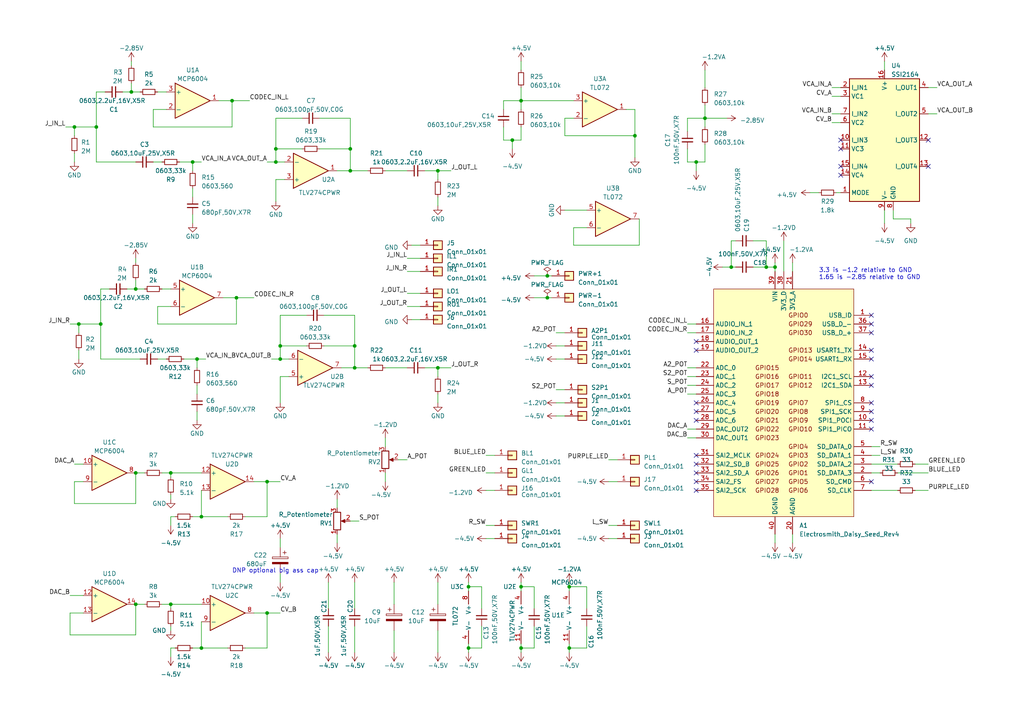
<source format=kicad_sch>
(kicad_sch (version 20230121) (generator eeschema)
  (paper "A4")
  (title_block (title "AI Transient Designer") (date "2023-10-16") (rev "0.5") (company "Kristof Komya"))
  (junction (at 102.87 106.68))
  (junction (at 151.13 170.18))
  (junction (at 127 106.68))
  (junction (at 67.31 29.21))
  (junction (at 27.94 36.83))
  (junction (at 81.28 100.33))
  (junction (at 49.53 137.16))
  (junction (at 151.13 29.21))
  (junction (at 127 49.53))
  (junction (at 77.47 139.7))
  (junction (at 58.42 187.96))
  (junction (at 55.88 46.99))
  (junction (at 101.6 43.18))
  (junction (at 39.37 137.16))
  (junction (at 77.47 177.8))
  (junction (at 49.53 175.26))
  (junction (at 158.75 80.01))
  (junction (at 204.47 34.29))
  (junction (at 29.21 93.98))
  (junction (at 135.89 187.96))
  (junction (at 102.87 100.33))
  (junction (at 38.1 26.67))
  (junction (at 39.37 83.82))
  (junction (at 80.01 46.99))
  (junction (at 80.01 43.18))
  (junction (at 158.75 86.36))
  (junction (at 39.37 175.26))
  (junction (at 165.1 187.96))
  (junction (at 81.28 104.14))
  (junction (at 148.59 40.64))
  (junction (at 151.13 187.96))
  (junction (at 165.1 170.18))
  (junction (at 201.93 46.99))
  (junction (at 22.86 93.98))
  (junction (at 184.15 39.37))
  (junction (at 58.42 149.86))
  (junction (at 68.58 86.36))
  (junction (at 222.25 77.47))
  (junction (at 57.15 104.14))
  (junction (at 135.89 170.18))
  (junction (at 101.6 49.53))
  (junction (at 212.09 77.47))
  (junction (at 224.79 77.47))
  (junction (at 21.59 36.83))
  (no_connect (at 252.73 93.98))
  (no_connect (at 252.73 121.92))
  (no_connect (at 252.73 101.6))
  (no_connect (at 243.84 48.26))
  (no_connect (at 201.93 121.92))
  (no_connect (at 252.73 91.44))
  (no_connect (at 252.73 104.14))
  (no_connect (at 201.93 132.08))
  (no_connect (at 252.73 109.22))
  (no_connect (at 243.84 40.64))
  (no_connect (at 201.93 119.38))
  (no_connect (at 252.73 111.76))
  (no_connect (at 269.24 48.26))
  (no_connect (at 201.93 137.16))
  (no_connect (at 252.73 116.84))
  (no_connect (at 201.93 142.24))
  (no_connect (at 252.73 124.46))
  (no_connect (at 201.93 139.7))
  (no_connect (at 252.73 119.38))
  (no_connect (at 243.84 50.8))
  (no_connect (at 201.93 99.06))
  (no_connect (at 201.93 116.84))
  (no_connect (at 201.93 101.6))
  (no_connect (at 269.24 40.64))
  (no_connect (at 252.73 139.7))
  (no_connect (at 243.84 43.18))
  (no_connect (at 201.93 134.62))
  (no_connect (at 252.73 96.52))
  (wire (pts (xy 45.72 26.67) (xy 48.26 26.67)))
  (wire (pts (xy 259.08 60.96) (xy 259.08 63.5)))
  (wire (pts (xy 99.06 106.68) (xy 102.87 106.68)))
  (wire (pts (xy 161.29 104.14) (xy 163.83 104.14)))
  (wire (pts (xy 269.24 25.4) (xy 271.78 25.4)))
  (wire (pts (xy 151.13 187.96) (xy 151.13 189.23)))
  (wire (pts (xy 20.32 172.72) (xy 24.13 172.72)))
  (wire (pts (xy 209.55 77.47) (xy 212.09 77.47)))
  (wire (pts (xy 55.88 54.61) (xy 55.88 57.15)))
  (wire (pts (xy 161.29 120.65) (xy 163.83 120.65)))
  (wire (pts (xy 151.13 17.78) (xy 151.13 20.32)))
  (wire (pts (xy 73.66 139.7) (xy 77.47 139.7)))
  (wire (pts (xy 38.1 17.78) (xy 38.1 19.05)))
  (wire (pts (xy 199.39 93.98) (xy 201.93 93.98)))
  (wire (pts (xy 185.42 71.12) (xy 185.42 63.5)))
  (wire (pts (xy 38.1 26.67) (xy 40.64 26.67)))
  (wire (pts (xy 259.08 63.5) (xy 264.16 63.5)))
  (wire (pts (xy 45.72 88.9) (xy 49.53 88.9)))
  (wire (pts (xy 81.28 166.37) (xy 81.28 168.91)))
  (wire (pts (xy 148.59 40.64) (xy 148.59 43.18)))
  (wire (pts (xy 242.57 55.88) (xy 243.84 55.88)))
  (wire (pts (xy 176.53 139.7) (xy 179.07 139.7)))
  (wire (pts (xy 181.61 31.75) (xy 184.15 31.75)))
  (wire (pts (xy 163.83 60.96) (xy 170.18 60.96)))
  (wire (pts (xy 39.37 146.05) (xy 39.37 137.16)))
  (wire (pts (xy 229.87 154.94) (xy 229.87 157.48)))
  (wire (pts (xy 165.1 170.18) (xy 165.1 171.45)))
  (wire (pts (xy 114.3 168.91) (xy 114.3 175.26)))
  (wire (pts (xy 199.39 111.76) (xy 201.93 111.76)))
  (wire (pts (xy 127 109.22) (xy 127 106.68)))
  (wire (pts (xy 170.18 170.18) (xy 170.18 176.53)))
  (wire (pts (xy 118.11 74.93) (xy 121.92 74.93)))
  (wire (pts (xy 55.88 46.99) (xy 58.42 46.99)))
  (wire (pts (xy 265.43 142.24) (xy 269.24 142.24)))
  (wire (pts (xy 27.94 26.67) (xy 27.94 36.83)))
  (wire (pts (xy 212.09 69.85) (xy 212.09 77.47)))
  (wire (pts (xy 21.59 146.05) (xy 39.37 146.05)))
  (wire (pts (xy 170.18 181.61) (xy 170.18 187.96)))
  (wire (pts (xy 199.39 114.3) (xy 201.93 114.3)))
  (wire (pts (xy 77.47 46.99) (xy 80.01 46.99)))
  (wire (pts (xy 166.37 71.12) (xy 185.42 71.12)))
  (wire (pts (xy 27.94 36.83) (xy 27.94 46.99)))
  (wire (pts (xy 118.11 78.74) (xy 121.92 78.74)))
  (wire (pts (xy 101.6 49.53) (xy 106.68 49.53)))
  (wire (pts (xy 49.53 187.96) (xy 50.8 187.96)))
  (wire (pts (xy 81.28 109.22) (xy 81.28 116.84)))
  (wire (pts (xy 154.94 170.18) (xy 151.13 170.18)))
  (wire (pts (xy 40.64 104.14) (xy 29.21 104.14)))
  (wire (pts (xy 81.28 100.33) (xy 88.9 100.33)))
  (wire (pts (xy 97.79 144.78) (xy 97.79 147.32)))
  (wire (pts (xy 102.87 106.68) (xy 106.68 106.68)))
  (wire (pts (xy 139.7 181.61) (xy 139.7 187.96)))
  (wire (pts (xy 135.89 186.69) (xy 135.89 187.96)))
  (wire (pts (xy 161.29 96.52) (xy 163.83 96.52)))
  (wire (pts (xy 80.01 34.29) (xy 80.01 43.18)))
  (wire (pts (xy 49.53 175.26) (xy 58.42 175.26)))
  (wire (pts (xy 127 52.07) (xy 127 49.53)))
  (wire (pts (xy 31.75 83.82) (xy 29.21 83.82)))
  (wire (pts (xy 176.53 152.4) (xy 179.07 152.4)))
  (wire (pts (xy 224.79 154.94) (xy 224.79 157.48)))
  (wire (pts (xy 176.53 156.21) (xy 179.07 156.21)))
  (wire (pts (xy 45.72 104.14) (xy 48.26 104.14)))
  (wire (pts (xy 68.58 86.36) (xy 73.66 86.36)))
  (wire (pts (xy 176.53 133.35) (xy 179.07 133.35)))
  (wire (pts (xy 92.71 43.18) (xy 101.6 43.18)))
  (wire (pts (xy 39.37 137.16) (xy 41.91 137.16)))
  (wire (pts (xy 115.57 133.35) (xy 118.11 133.35)))
  (wire (pts (xy 46.99 137.16) (xy 49.53 137.16)))
  (wire (pts (xy 49.53 137.16) (xy 58.42 137.16)))
  (wire (pts (xy 45.72 88.9) (xy 45.72 93.98)))
  (wire (pts (xy 218.44 69.85) (xy 222.25 69.85)))
  (wire (pts (xy 199.39 96.52) (xy 201.93 96.52)))
  (wire (pts (xy 81.28 104.14) (xy 83.82 104.14)))
  (wire (pts (xy 39.37 74.93) (xy 39.37 76.2)))
  (wire (pts (xy 64.77 86.36) (xy 68.58 86.36)))
  (wire (pts (xy 44.45 46.99) (xy 46.99 46.99)))
  (wire (pts (xy 127 182.88) (xy 127 189.23)))
  (wire (pts (xy 44.45 36.83) (xy 67.31 36.83)))
  (wire (pts (xy 87.63 34.29) (xy 80.01 34.29)))
  (wire (pts (xy 46.99 83.82) (xy 49.53 83.82)))
  (wire (pts (xy 165.1 168.91) (xy 165.1 170.18)))
  (wire (pts (xy 229.87 76.2) (xy 229.87 78.74)))
  (wire (pts (xy 21.59 44.45) (xy 21.59 46.99)))
  (wire (pts (xy 224.79 77.47) (xy 224.79 78.74)))
  (wire (pts (xy 127 106.68) (xy 130.81 106.68)))
  (wire (pts (xy 52.07 46.99) (xy 55.88 46.99)))
  (wire (pts (xy 252.73 137.16) (xy 255.27 137.16)))
  (wire (pts (xy 154.94 176.53) (xy 154.94 170.18)))
  (wire (pts (xy 265.43 134.62) (xy 269.24 134.62)))
  (wire (pts (xy 204.47 34.29) (xy 210.82 34.29)))
  (wire (pts (xy 161.29 100.33) (xy 163.83 100.33)))
  (wire (pts (xy 123.19 106.68) (xy 127 106.68)))
  (wire (pts (xy 163.83 34.29) (xy 163.83 39.37)))
  (wire (pts (xy 119.38 92.71) (xy 121.92 92.71)))
  (wire (pts (xy 55.88 46.99) (xy 55.88 49.53)))
  (wire (pts (xy 118.11 85.09) (xy 121.92 85.09)))
  (wire (pts (xy 77.47 187.96) (xy 77.47 177.8)))
  (wire (pts (xy 95.25 168.91) (xy 95.25 176.53)))
  (wire (pts (xy 102.87 181.61) (xy 102.87 189.23)))
  (wire (pts (xy 77.47 139.7) (xy 81.28 139.7)))
  (wire (pts (xy 170.18 66.04) (xy 166.37 66.04)))
  (wire (pts (xy 58.42 180.34) (xy 58.42 187.96)))
  (wire (pts (xy 88.9 91.44) (xy 81.28 91.44)))
  (wire (pts (xy 199.39 127) (xy 201.93 127)))
  (wire (pts (xy 58.42 149.86) (xy 66.04 149.86)))
  (wire (pts (xy 256.54 17.78) (xy 256.54 20.32)))
  (wire (pts (xy 68.58 93.98) (xy 68.58 86.36)))
  (wire (pts (xy 199.39 106.68) (xy 201.93 106.68)))
  (wire (pts (xy 269.24 33.02) (xy 271.78 33.02)))
  (wire (pts (xy 39.37 184.15) (xy 20.32 184.15)))
  (wire (pts (xy 154.94 86.36) (xy 158.75 86.36)))
  (wire (pts (xy 146.05 31.75) (xy 146.05 29.21)))
  (wire (pts (xy 158.75 86.36) (xy 160.02 86.36)))
  (wire (pts (xy 102.87 168.91) (xy 102.87 176.53)))
  (wire (pts (xy 123.19 49.53) (xy 127 49.53)))
  (wire (pts (xy 22.86 93.98) (xy 22.86 96.52)))
  (wire (pts (xy 218.44 77.47) (xy 222.25 77.47)))
  (wire (pts (xy 127 168.91) (xy 127 175.26)))
  (wire (pts (xy 170.18 170.18) (xy 165.1 170.18)))
  (wire (pts (xy 204.47 30.48) (xy 204.47 34.29)))
  (wire (pts (xy 80.01 46.99) (xy 82.55 46.99)))
  (wire (pts (xy 165.1 187.96) (xy 165.1 189.23)))
  (wire (pts (xy 234.95 55.88) (xy 237.49 55.88)))
  (wire (pts (xy 146.05 36.83) (xy 146.05 40.64)))
  (wire (pts (xy 204.47 20.32) (xy 204.47 25.4)))
  (wire (pts (xy 82.55 52.07) (xy 80.01 52.07)))
  (wire (pts (xy 111.76 137.16) (xy 111.76 139.7)))
  (wire (pts (xy 151.13 170.18) (xy 151.13 171.45)))
  (wire (pts (xy 241.3 25.4) (xy 243.84 25.4)))
  (wire (pts (xy 20.32 93.98) (xy 22.86 93.98)))
  (wire (pts (xy 184.15 39.37) (xy 184.15 31.75)))
  (wire (pts (xy 95.25 181.61) (xy 95.25 189.23)))
  (wire (pts (xy 139.7 176.53) (xy 139.7 170.18)))
  (wire (pts (xy 57.15 104.14) (xy 57.15 106.68)))
  (wire (pts (xy 49.53 152.4) (xy 49.53 149.86)))
  (wire (pts (xy 135.89 170.18) (xy 135.89 171.45)))
  (wire (pts (xy 71.12 149.86) (xy 77.47 149.86)))
  (wire (pts (xy 57.15 104.14) (xy 59.69 104.14)))
  (wire (pts (xy 222.25 77.47) (xy 222.25 69.85)))
  (wire (pts (xy 199.39 43.18) (xy 199.39 46.99)))
  (wire (pts (xy 49.53 181.61) (xy 49.53 182.88)))
  (wire (pts (xy 111.76 106.68) (xy 118.11 106.68)))
  (wire (pts (xy 146.05 29.21) (xy 151.13 29.21)))
  (wire (pts (xy 151.13 29.21) (xy 151.13 31.75)))
  (wire (pts (xy 80.01 52.07) (xy 80.01 58.42)))
  (wire (pts (xy 53.34 104.14) (xy 57.15 104.14)))
  (wire (pts (xy 38.1 24.13) (xy 38.1 26.67)))
  (wire (pts (xy 151.13 187.96) (xy 151.13 186.69)))
  (wire (pts (xy 81.28 91.44) (xy 81.28 100.33)))
  (wire (pts (xy 119.38 71.12) (xy 121.92 71.12)))
  (wire (pts (xy 55.88 62.23) (xy 55.88 64.77)))
  (wire (pts (xy 49.53 143.51) (xy 49.53 144.78)))
  (wire (pts (xy 46.99 175.26) (xy 49.53 175.26)))
  (wire (pts (xy 260.35 137.16) (xy 269.24 137.16)))
  (wire (pts (xy 67.31 29.21) (xy 72.39 29.21)))
  (wire (pts (xy 39.37 46.99) (xy 27.94 46.99)))
  (wire (pts (xy 93.98 91.44) (xy 102.87 91.44)))
  (wire (pts (xy 97.79 49.53) (xy 101.6 49.53)))
  (wire (pts (xy 154.94 181.61) (xy 154.94 187.96)))
  (wire (pts (xy 165.1 186.69) (xy 165.1 187.96)))
  (wire (pts (xy 127 116.84) (xy 127 114.3)))
  (wire (pts (xy 252.73 132.08) (xy 255.27 132.08)))
  (wire (pts (xy 58.42 187.96) (xy 66.04 187.96)))
  (wire (pts (xy 166.37 66.04) (xy 166.37 71.12)))
  (wire (pts (xy 55.88 149.86) (xy 58.42 149.86)))
  (wire (pts (xy 264.16 63.5) (xy 264.16 64.77)))
  (wire (pts (xy 78.74 104.14) (xy 81.28 104.14)))
  (wire (pts (xy 252.73 129.54) (xy 255.27 129.54)))
  (wire (pts (xy 184.15 39.37) (xy 184.15 45.72)))
  (wire (pts (xy 83.82 109.22) (xy 81.28 109.22)))
  (wire (pts (xy 154.94 187.96) (xy 151.13 187.96)))
  (wire (pts (xy 80.01 43.18) (xy 87.63 43.18)))
  (wire (pts (xy 118.11 88.9) (xy 121.92 88.9)))
  (wire (pts (xy 140.97 156.21) (xy 143.51 156.21)))
  (wire (pts (xy 163.83 39.37) (xy 184.15 39.37)))
  (wire (pts (xy 67.31 36.83) (xy 67.31 29.21)))
  (wire (pts (xy 127 59.69) (xy 127 57.15)))
  (wire (pts (xy 49.53 149.86) (xy 50.8 149.86)))
  (wire (pts (xy 204.47 34.29) (xy 204.47 36.83)))
  (wire (pts (xy 49.53 190.5) (xy 49.53 187.96)))
  (wire (pts (xy 166.37 34.29) (xy 163.83 34.29)))
  (wire (pts (xy 102.87 100.33) (xy 102.87 106.68)))
  (wire (pts (xy 36.83 83.82) (xy 39.37 83.82)))
  (wire (pts (xy 140.97 152.4) (xy 143.51 152.4)))
  (wire (pts (xy 201.93 46.99) (xy 201.93 49.53)))
  (wire (pts (xy 44.45 31.75) (xy 48.26 31.75)))
  (wire (pts (xy 199.39 46.99) (xy 201.93 46.99)))
  (wire (pts (xy 58.42 142.24) (xy 58.42 149.86)))
  (wire (pts (xy 158.75 80.01) (xy 160.02 80.01)))
  (wire (pts (xy 57.15 111.76) (xy 57.15 114.3)))
  (wire (pts (xy 81.28 100.33) (xy 81.28 104.14)))
  (wire (pts (xy 29.21 93.98) (xy 22.86 93.98)))
  (wire (pts (xy 222.25 77.47) (xy 224.79 77.47)))
  (wire (pts (xy 111.76 127) (xy 111.76 129.54)))
  (wire (pts (xy 252.73 142.24) (xy 260.35 142.24)))
  (wire (pts (xy 161.29 116.84) (xy 163.83 116.84)))
  (wire (pts (xy 199.39 109.22) (xy 201.93 109.22)))
  (wire (pts (xy 19.05 36.83) (xy 21.59 36.83)))
  (wire (pts (xy 55.88 187.96) (xy 58.42 187.96)))
  (wire (pts (xy 199.39 124.46) (xy 201.93 124.46)))
  (wire (pts (xy 161.29 113.03) (xy 163.83 113.03)))
  (wire (pts (xy 148.59 40.64) (xy 151.13 40.64)))
  (wire (pts (xy 165.1 187.96) (xy 170.18 187.96)))
  (wire (pts (xy 45.72 93.98) (xy 68.58 93.98)))
  (wire (pts (xy 140.97 132.08) (xy 143.51 132.08)))
  (wire (pts (xy 199.39 38.1) (xy 199.39 34.29)))
  (wire (pts (xy 101.6 43.18) (xy 101.6 49.53)))
  (wire (pts (xy 101.6 151.13) (xy 104.14 151.13)))
  (wire (pts (xy 39.37 81.28) (xy 39.37 83.82)))
  (wire (pts (xy 35.56 26.67) (xy 38.1 26.67)))
  (wire (pts (xy 101.6 34.29) (xy 101.6 43.18)))
  (wire (pts (xy 213.36 69.85) (xy 212.09 69.85)))
  (wire (pts (xy 224.79 76.2) (xy 224.79 77.47)))
  (wire (pts (xy 199.39 34.29) (xy 204.47 34.29)))
  (wire (pts (xy 30.48 26.67) (xy 27.94 26.67)))
  (wire (pts (xy 39.37 83.82) (xy 41.91 83.82)))
  (wire (pts (xy 39.37 175.26) (xy 41.91 175.26)))
  (wire (pts (xy 22.86 101.6) (xy 22.86 104.14)))
  (wire (pts (xy 92.71 34.29) (xy 101.6 34.29)))
  (wire (pts (xy 256.54 64.77) (xy 256.54 60.96)))
  (wire (pts (xy 71.12 187.96) (xy 77.47 187.96)))
  (wire (pts (xy 146.05 40.64) (xy 148.59 40.64)))
  (wire (pts (xy 135.89 187.96) (xy 135.89 189.23)))
  (wire (pts (xy 241.3 27.94) (xy 243.84 27.94)))
  (wire (pts (xy 27.94 36.83) (xy 21.59 36.83)))
  (wire (pts (xy 93.98 100.33) (xy 102.87 100.33)))
  (wire (pts (xy 49.53 175.26) (xy 49.53 176.53)))
  (wire (pts (xy 20.32 184.15) (xy 20.32 177.8)))
  (wire (pts (xy 80.01 43.18) (xy 80.01 46.99)))
  (wire (pts (xy 151.13 40.64) (xy 151.13 36.83)))
  (wire (pts (xy 114.3 182.88) (xy 114.3 189.23)))
  (wire (pts (xy 77.47 177.8) (xy 81.28 177.8)))
  (wire (pts (xy 204.47 41.91) (xy 204.47 46.99)))
  (wire (pts (xy 127 49.53) (xy 130.81 49.53)))
  (wire (pts (xy 77.47 149.86) (xy 77.47 139.7)))
  (wire (pts (xy 201.93 46.99) (xy 204.47 46.99)))
  (wire (pts (xy 151.13 168.91) (xy 151.13 170.18)))
  (wire (pts (xy 241.3 33.02) (xy 243.84 33.02)))
  (wire (pts (xy 241.3 35.56) (xy 243.84 35.56)))
  (wire (pts (xy 252.73 134.62) (xy 260.35 134.62)))
  (wire (pts (xy 24.13 139.7) (xy 21.59 139.7)))
  (wire (pts (xy 139.7 170.18) (xy 135.89 170.18)))
  (wire (pts (xy 135.89 168.91) (xy 135.89 170.18)))
  (wire (pts (xy 21.59 139.7) (xy 21.59 146.05)))
  (wire (pts (xy 44.45 31.75) (xy 44.45 36.83)))
  (wire (pts (xy 73.66 177.8) (xy 77.47 177.8)))
  (wire (pts (xy 212.09 77.47) (xy 213.36 77.47)))
  (wire (pts (xy 139.7 187.96) (xy 135.89 187.96)))
  (wire (pts (xy 111.76 49.53) (xy 118.11 49.53)))
  (wire (pts (xy 57.15 119.38) (xy 57.15 121.92)))
  (wire (pts (xy 21.59 134.62) (xy 24.13 134.62)))
  (wire (pts (xy 81.28 156.21) (xy 81.28 158.75)))
  (wire (pts (xy 227.33 69.85) (xy 227.33 78.74)))
  (wire (pts (xy 63.5 29.21) (xy 67.31 29.21)))
  (wire (pts (xy 39.37 175.26) (xy 39.37 184.15)))
  (wire (pts (xy 151.13 25.4) (xy 151.13 29.21)))
  (wire (pts (xy 151.13 29.21) (xy 166.37 29.21)))
  (wire (pts (xy 140.97 142.24) (xy 143.51 142.24)))
  (wire (pts (xy 140.97 137.16) (xy 143.51 137.16)))
  (wire (pts (xy 21.59 36.83) (xy 21.59 39.37)))
  (wire (pts (xy 154.94 80.01) (xy 158.75 80.01)))
  (wire (pts (xy 49.53 137.16) (xy 49.53 138.43)))
  (wire (pts (xy 20.32 177.8) (xy 24.13 177.8)))
  (wire (pts (xy 102.87 91.44) (xy 102.87 100.33)))
  (wire (pts (xy 29.21 93.98) (xy 29.21 104.14)))
  (wire (pts (xy 97.79 154.94) (xy 97.79 157.48)))
  (wire (pts (xy 29.21 83.82) (xy 29.21 93.98)))
  (text "3.3 is -1.2 relative to GND\n1.65 is -2.85 relative to GND\n" (at 237.49 81.28 0) (effects (font (size 1.27 1.27)) (justify left bottom)))
  (text "DNP optional big ass cap" (at 67.31 166.37 0) (effects (font (size 1.27 1.27)) (justify left bottom)))
  (label "BLUE_LED" (at 140.97 132.08 180))
  (label "CODEC_IN_R" (at 73.66 86.36 0))
  (label "CODEC_IN_L" (at 72.39 29.21 0))
  (label "CV_B" (at 241.3 35.56 180))
  (label "CV_A" (at 241.3 27.94 180))
  (label "L_SW" (at 176.53 152.4 180))
  (label "DAC_B" (at 199.39 127 180))
  (label "CODEC_IN_R" (at 199.39 96.52 180))
  (label "VCA_IN_B" (at 59.69 104.14 0))
  (label "J_IN_L" (at 118.11 74.93 180))
  (label "A_POT" (at 199.39 114.3 180))
  (label "J_IN_R" (at 20.32 93.98 180))
  (label "J_IN_R" (at 118.11 78.74 180))
  (label "VCA_IN_B" (at 241.3 33.02 180))
  (label "L_SW" (at 255.27 132.08 0))
  (label "BLUE_LED" (at 269.24 137.16 0))
  (label "CV_A" (at 81.28 139.7 0))
  (label "J_OUT_R" (at 118.11 88.9 180))
  (label "VCA_OUT_A" (at 271.78 25.4 0))
  (label "PURPLE_LED" (at 176.53 133.35 180))
  (label "CODEC_IN_L" (at 199.39 93.98 180))
  (label "VCA_IN_A" (at 58.42 46.99 0))
  (label "J_OUT_R" (at 130.81 106.68 0))
  (label "S_POT" (at 199.39 111.76 180))
  (label "VCA_OUT_A" (at 77.47 46.99 180))
  (label "DAC_A" (at 199.39 124.46 180))
  (label "CV_B" (at 81.28 177.8 0))
  (label "A_POT" (at 118.11 133.35 0))
  (label "J_IN_L" (at 19.05 36.83 180))
  (label "PURPLE_LED" (at 269.24 142.24 0))
  (label "S2_POT" (at 199.39 109.22 180))
  (label "DAC_A" (at 21.59 134.62 180))
  (label "GREEN_LED" (at 140.97 137.16 180))
  (label "J_OUT_L" (at 118.11 85.09 180))
  (label "A2_POT" (at 199.39 106.68 180))
  (label "S_POT" (at 104.14 151.13 0))
  (label "VCA_OUT_B" (at 271.78 33.02 0))
  (label "GREEN_LED" (at 269.24 134.62 0))
  (label "A2_POT" (at 161.29 96.52 180))
  (label "VCA_OUT_B" (at 78.74 104.14 180))
  (label "R_SW" (at 140.97 152.4 180))
  (label "R_SW" (at 255.27 129.54 0))
  (label "J_OUT_L" (at 130.81 49.53 0))
  (label "S2_POT" (at 161.29 113.03 180))
  (label "VCA_IN_A" (at 241.3 25.4 180))
  (label "DAC_B" (at 20.32 172.72 180))
  (symbol (lib_id "jlcpcb-basic-capacitor:0603,100pF,50V,C0G ") (at 90.17 34.29 90) (unit 1)
    (property "Reference" "C7" (at 90.17 29.21 90))
    (property "Value" "0603,100pF,50V,C0G " (at 90.17 31.75 90))
    (property "Footprint" "Capacitor_SMD:C_0603_1608Metric" (effects hide))
    (property "Datasheet" "https://datasheet.lcsc.com/lcsc/1811151136_Samsung-Electro-Mechanics-CL10C101JB8NNNC_C14858.pdf" (effects hide))
    (property "LCSC" "C14858" (effects hide))
    (property "MFG" "Samsung Electro-Mechanics" (effects hide))
    (property "MFGPN" "CL10C101JB8NNNC" (effects hide))
  )
  (symbol (lib_id "Device:C_Polarized") (at 114.3 179.07 0) (unit 1)
    (property "Reference" "C9" (at 110.49 177.546 0) (effects (justify right)))
    (property "Value" "10uF" (at 110.49 180.086 0) (effects (justify right)))
    (property "Footprint" "Capacitor_SMD:CP_Elec_6.3x7.7" (effects hide))
    (property "LCSC" "C72482" (effects hide))
  )
  (symbol (lib_id "Connector_Generic:Conn_01x01") (at 148.59 156.21 0) (unit 1)
    (property "Reference" "J4" (at 151.13 155.575 0) (effects (justify left)))
    (property "Value" "Conn_01x01" (at 151.13 158.115 0) (effects (justify left)))
    (property "Footprint" "KUtilities:Solder_Hole_Square" (effects hide))
  )
  (symbol (lib_id "jlcpcb-basic-capacitor:0603,10uF,25V,X5R ") (at 215.9 69.85 90) (mirror x) (unit 1)
    (property "Reference" "C19" (at 216.535 67.31 0) (effects (justify right)))
    (property "Value" "0603,10uF,25V,X5R " (at 213.995 67.31 0) (effects (justify right)))
    (property "Footprint" "Capacitor_SMD:C_0603_1608Metric" (effects hide))
    (property "Datasheet" "https://datasheet.lcsc.com/lcsc/1811110921_Samsung-Electro-Mechanics-CL10A106MA8NRNC_C96446.pdf" (effects hide))
    (property "LCSC" "C96446" (effects hide))
    (property "MFG" "Samsung Electro-Mechanics" (effects hide))
    (property "MFGPN" "CL10A106MA8NRNC" (effects hide))
  )
  (symbol (lib_id "power_symbols:-4.5V") (at 81.28 168.91 180) (unit 1)
    (property "Reference" "#PWR063" (effects hide))
    (property "Value" "-4.5V" (at 81.28 172.72 0))
  )
  (symbol (lib_id "jlcpcb-basic-capacitor:0603,2.2uF,16V,X5R ") (at 120.65 49.53 90) (unit 1)
    (property "Reference" "C10" (at 120.65 44.45 90))
    (property "Value" "0603,2.2uF,16V,X5R " (at 120.65 46.99 90))
    (property "Footprint" "Capacitor_SMD:C_0603_1608Metric" (effects hide))
    (property "Datasheet" "https://datasheet.lcsc.com/lcsc/1810271109_Samsung-Electro-Mechanics-CL10A225KO8NNNC_C23630.pdf" (effects hide))
    (property "LCSC" "C23630" (effects hide))
    (property "MFG" "Samsung Electro-Mechanics" (effects hide))
    (property "MFGPN" "CL10A225KO8NNNC" (effects hide))
  )
  (symbol (lib_id "power_symbols:-1.2VD") (at 111.76 127 0) (unit 1)
    (property "Reference" "#PWR011" (effects hide))
    (property "Value" "-1.2VD" (at 111.76 123.19 0))
  )
  (symbol (lib_id "Amplifier_Operational:TL072") (at 173.99 31.75 0) (unit 1)
    (property "Reference" "U3" (at 173.99 22.86 0))
    (property "Value" "TL072" (at 173.99 25.4 0))
    (property "Footprint" "Package_SO:SOP-8_3.9x4.9mm_P1.27mm" (effects hide))
    (property "Datasheet" "http://www.ti.com/lit/ds/symlink/tl071.pdf" (effects hide))
    (property "LCSC" "C67473" (effects hide))
  )
  (symbol (lib_id "power_symbols:-1.2VD") (at 97.79 144.78 0) (unit 1)
    (property "Reference" "#PWR013" (effects hide))
    (property "Value" "-1.2VD" (at 97.79 140.97 0))
  )
  (symbol (lib_id "power:GND") (at 264.16 64.77 0) (unit 1)
    (property "Reference" "#PWR050" (effects hide))
    (property "Value" "GND" (at 264.16 69.85 0))
  )
  (symbol (lib_id "power_symbols:+4.5V") (at 102.87 168.91 0) (unit 1)
    (property "Reference" "#PWR058" (effects hide))
    (property "Value" "+4.5V" (at 102.87 165.1 0))
  )
  (symbol (lib_id "Amplifier_Operational:MCP6004") (at 31.75 175.26 0) (unit 4)
    (property "Reference" "U1" (at 31.75 166.37 0))
    (property "Value" "MCP6004" (at 31.75 168.91 0))
    (property "Footprint" "Package_SO:SOIC-14_3.9x8.7mm_P1.27mm" (effects hide))
    (property "Datasheet" "http://ww1.microchip.com/downloads/en/DeviceDoc/21733j.pdf" (effects hide))
    (property "LCSC" "C7378" (effects hide))
  )
  (symbol (lib_id "Connector_Generic:Conn_01x01") (at 127 78.74 0) (unit 1)
    (property "Reference" "IR1" (at 129.54 78.105 0) (effects (justify left)))
    (property "Value" "Conn_01x01" (at 129.54 80.645 0) (effects (justify left)))
    (property "Footprint" "KUtilities:Solder_Hole_Oval" (effects hide))
  )
  (symbol (lib_id "power_symbols:-1.2VD") (at 161.29 100.33 90) (unit 1)
    (property "Reference" "#PWR035" (effects hide))
    (property "Value" "-1.2VD" (at 158.75 100.33 90) (effects (justify left)))
  )
  (symbol (lib_id "power_symbols:-4.5V") (at 209.55 77.47 90) (unit 1)
    (property "Reference" "#PWR049" (effects hide))
    (property "Value" "-4.5V" (at 205.74 77.47 0))
  )
  (symbol (lib_id "Connector_Generic:Conn_01x01") (at 184.15 133.35 0) (unit 1)
    (property "Reference" "PL1" (at 186.69 132.715 0) (effects (justify left)))
    (property "Value" "Conn_01x01" (at 186.69 135.255 0) (effects (justify left)))
    (property "Footprint" "KUtilities:Solder_Hole_Oval" (effects hide))
  )
  (symbol (lib_id "power_symbols:-2.85V") (at 39.37 74.93 0) (unit 1)
    (property "Reference" "#PWR057" (effects hide))
    (property "Value" "-2.85V" (at 39.37 71.12 0))
  )
  (symbol (lib_id "jlcpcb-basic-capacitor-0603:100nF,50V,X7R ") (at 139.7 179.07 0) (mirror y) (unit 1)
    (property "Reference" "C13" (at 140.97 181.61 90) (effects (justify right)))
    (property "Value" "100nF,50V,X7R " (at 143.51 171.45 90) (effects (justify right)))
    (property "Footprint" "Capacitor_SMD:C_0603_1608Metric" (effects hide))
    (property "Datasheet" "https://datasheet.lcsc.com/lcsc/1809301912_YAGEO-CC0603KRX7R9BB104_C14663.pdf" (effects hide))
    (property "LCSC" "C14663" (effects hide))
    (property "MFG" "YAGEO" (effects hide))
    (property "MFGPN" "CC0603KRX7R9BB104" (effects hide))
  )
  (symbol (lib_id "Connector_Generic:Conn_01x01") (at 165.1 80.01 0) (unit 1)
    (property "Reference" "PWR+1" (at 167.64 79.375 0) (effects (justify left)))
    (property "Value" "Conn_01x01" (at 167.64 81.915 0) (effects (justify left)))
    (property "Footprint" "KUtilities:Solder_Hole_Rounded_Square" (effects hide))
  )
  (symbol (lib_id "jlcpcb-basic-capacitor-0603:100nF,50V,X7R ") (at 199.39 40.64 0) (unit 1)
    (property "Reference" "C17" (at 193.675 38.735 90) (effects (justify right)))
    (property "Value" "100nF,50V,X7R " (at 196.215 32.385 90) (effects (justify right)))
    (property "Footprint" "Capacitor_SMD:C_0603_1608Metric" (effects hide))
    (property "Datasheet" "https://datasheet.lcsc.com/lcsc/1809301912_YAGEO-CC0603KRX7R9BB104_C14663.pdf" (effects hide))
    (property "LCSC" "C14663" (effects hide))
    (property "MFG" "YAGEO" (effects hide))
    (property "MFGPN" "CC0603KRX7R9BB104" (effects hide))
  )
  (symbol (lib_id "jlcpcb-basic-capacitor-0603:680pF,50V,X7R ") (at 57.15 116.84 0) (unit 1)
    (property "Reference" "C6" (at 59.69 116.205 0) (effects (justify left)))
    (property "Value" "680pF,50V,X7R " (at 59.69 118.745 0) (effects (justify left)))
    (property "Footprint" "Capacitor_SMD:C_0603_1608Metric" (effects hide))
    (property "Datasheet" "https://datasheet.lcsc.com/lcsc/1811061822_FH-Guangdong-Fenghua-Advanced-Tech-0603B681K500NT_C1630.pdf" (effects hide))
    (property "LCSC" "C1630" (effects hide))
    (property "MFG" "FH(Guangdong Fenghua Advanced Tech)" (effects hide))
    (property "MFGPN" "0603B681K500NT" (effects hide))
  )
  (symbol (lib_id "power_symbols:-4.5V") (at 176.53 139.7 90) (unit 1)
    (property "Reference" "#PWR038" (effects hide))
    (property "Value" "-4.5V" (at 170.18 139.7 90))
  )
  (symbol (lib_id "power:GND") (at 57.15 121.92 0) (unit 1)
    (property "Reference" "#PWR08" (effects hide))
    (property "Value" "GND" (at 57.15 125.73 0))
  )
  (symbol (lib_id "jlcpcb-basic-resistor-0603:33") (at 262.89 142.24 90) (unit 1)
    (property "Reference" "R32" (at 262.89 137.16 90))
    (property "Value" "33" (at 262.89 139.7 90))
    (property "Footprint" "Resistor_SMD:R_0603_1608Metric" (effects hide))
    (property "Datasheet" "https://datasheet.lcsc.com/lcsc/2110252130_UNI-ROYAL-Uniroyal-Elec-0603WAF330JT5E_C23140.pdf" (effects hide))
    (property "LCSC" "C23140" (effects hide))
    (property "MFG" "UNI-ROYAL(Uniroyal Elec)" (effects hide))
    (property "MFGPN" "0603WAF330JT5E" (effects hide))
  )
  (symbol (lib_id "power:GND") (at 81.28 116.84 0) (unit 1)
    (property "Reference" "#PWR042" (effects hide))
    (property "Value" "GND" (at 81.28 120.65 0))
  )
  (symbol (lib_id "jlcpcb-basic-resistor:0603,10k") (at 204.47 27.94 0) (unit 1)
    (property "Reference" "R27" (at 207.01 27.305 0) (effects (justify left)))
    (property "Value" "0603,10k" (at 207.01 29.845 0) (effects (justify left)))
    (property "Footprint" "Resistor_SMD:R_0603_1608Metric" (effects hide))
    (property "Datasheet" "https://datasheet.lcsc.com/lcsc/2110260030_UNI-ROYAL-Uniroyal-Elec-0603WAF1002T5E_C25804.pdf" (effects hide))
    (property "LCSC" "C25804" (effects hide))
    (property "MFG" "UNI-ROYAL(Uniroyal Elec)" (effects hide))
    (property "MFGPN" "0603WAF1002T5E" (effects hide))
  )
  (symbol (lib_id "jlcpcb-basic-resistor-0603:1.5k") (at 53.34 187.96 90) (mirror x) (unit 1)
    (property "Reference" "R14" (at 53.34 193.04 90))
    (property "Value" "1.5k" (at 53.34 190.5 90))
    (property "Footprint" "Resistor_SMD:R_0603_1608Metric" (effects hide))
    (property "Datasheet" "https://datasheet.lcsc.com/lcsc/2110252030_UNI-ROYAL-Uniroyal-Elec-0603WAF1501T5E_C22843.pdf" (effects hide))
    (property "LCSC" "C22843" (effects hide))
    (property "MFG" "UNI-ROYAL(Uniroyal Elec)" (effects hide))
    (property "MFGPN" "0603WAF1501T5E" (effects hide))
  )
  (symbol (lib_id "jlcpcb-basic-capacitor:0603,2.2uF,16V,X5R ") (at 34.29 83.82 90) (mirror x) (unit 1)
    (property "Reference" "C2" (at 34.29 88.9 90))
    (property "Value" "0603,2.2uF,16V,X5R " (at 34.29 86.36 90))
    (property "Footprint" "Capacitor_SMD:C_0603_1608Metric" (effects hide))
    (property "Datasheet" "https://datasheet.lcsc.com/lcsc/1810271109_Samsung-Electro-Mechanics-CL10A225KO8NNNC_C23630.pdf" (effects hide))
    (property "LCSC" "C23630" (effects hide))
    (property "MFG" "Samsung Electro-Mechanics" (effects hide))
    (property "MFGPN" "CL10A225KO8NNNC" (effects hide))
  )
  (symbol (lib_id "Connector_Generic:Conn_01x01") (at 127 85.09 0) (unit 1)
    (property "Reference" "LO1" (at 129.54 84.455 0) (effects (justify left)))
    (property "Value" "Conn_01x01" (at 129.54 86.995 0) (effects (justify left)))
    (property "Footprint" "KUtilities:Solder_Hole_Oval" (effects hide))
  )
  (symbol (lib_id "power_symbols:-1.2VD") (at 227.33 69.85 0) (unit 1)
    (property "Reference" "#PWR046" (effects hide))
    (property "Value" "-1.2VD" (at 227.33 66.04 0))
  )
  (symbol (lib_id "jlcpcb-basic-resistor-0603:33") (at 257.81 137.16 90) (unit 1)
    (property "Reference" "R31" (at 257.81 133.35 90))
    (property "Value" "33" (at 257.81 135.89 90))
    (property "Footprint" "Resistor_SMD:R_0603_1608Metric" (effects hide))
    (property "Datasheet" "https://datasheet.lcsc.com/lcsc/2110252130_UNI-ROYAL-Uniroyal-Elec-0603WAF330JT5E_C23140.pdf" (effects hide))
    (property "LCSC" "C23140" (effects hide))
    (property "MFG" "UNI-ROYAL(Uniroyal Elec)" (effects hide))
    (property "MFGPN" "0603WAF330JT5E" (effects hide))
  )
  (symbol (lib_id "jlcpcb-basic-resistor:0603,10k") (at 151.13 22.86 0) (unit 1)
    (property "Reference" "R25" (at 153.67 22.225 0) (effects (justify left)))
    (property "Value" "0603,10k" (at 153.67 24.765 0) (effects (justify left)))
    (property "Footprint" "Resistor_SMD:R_0603_1608Metric" (effects hide))
    (property "Datasheet" "https://datasheet.lcsc.com/lcsc/2110260030_UNI-ROYAL-Uniroyal-Elec-0603WAF1002T5E_C25804.pdf" (effects hide))
    (property "LCSC" "C25804" (effects hide))
    (property "MFG" "UNI-ROYAL(Uniroyal Elec)" (effects hide))
    (property "MFGPN" "0603WAF1002T5E" (effects hide))
  )
  (symbol (lib_id "power_symbols:-4.5V") (at 97.79 157.48 180) (unit 1)
    (property "Reference" "#PWR014" (effects hide))
    (property "Value" "-4.5V" (at 96.52 161.29 0))
  )
  (symbol (lib_id "Connector_Generic:Conn_01x01") (at 165.1 86.36 0) (unit 1)
    (property "Reference" "PWR-1" (at 167.64 85.725 0) (effects (justify left)))
    (property "Value" "Conn_01x01" (at 167.64 88.265 0) (effects (justify left)))
    (property "Footprint" "KUtilities:Solder_Hole_Square" (effects hide))
  )
  (symbol (lib_id "Amplifier_Operational:TL074") (at 66.04 139.7 0) (unit 4)
    (property "Reference" "U2" (at 67.31 134.62 0))
    (property "Value" "TLV274CPWR" (at 67.31 132.08 0))
    (property "Footprint" "Package_SO:TSSOP-14_4.4x5mm_P0.65mm" (effects hide))
    (property "Datasheet" "http://www.ti.com/lit/ds/symlink/tl071.pdf" (effects hide))
    (property "LCSC" "C9914" (effects hide))
  )
  (symbol (lib_id "power_symbols:+4.5V") (at 234.95 55.88 90) (unit 1)
    (property "Reference" "#PWR043" (effects hide))
    (property "Value" "+4.5V" (at 231.14 56.515 90) (effects (justify left)))
  )
  (symbol (lib_id "power_symbols:+4.5V") (at 224.79 76.2 0) (unit 1)
    (property "Reference" "#PWR044" (effects hide))
    (property "Value" "+4.5V" (at 223.52 72.39 0))
  )
  (symbol (lib_id "Connector_Generic:Conn_01x01") (at 127 92.71 0) (unit 1)
    (property "Reference" "J6" (at 129.54 92.075 0) (effects (justify left)))
    (property "Value" "Conn_01x01" (at 129.54 94.615 0) (effects (justify left)))
    (property "Footprint" "KUtilities:Solder_Hole_Square" (effects hide))
  )
  (symbol (lib_id "power_symbols:+4.5V") (at 81.28 156.21 0) (unit 1)
    (property "Reference" "#PWR062" (effects hide))
    (property "Value" "+4.5V" (at 81.28 152.4 0))
  )
  (symbol (lib_id "jlcpcb-basic-resistor-0603:5.1k") (at 49.53 179.07 0) (unit 1)
    (property "Reference" "R11" (at 52.07 178.435 0) (effects (justify left)))
    (property "Value" "5.1k" (at 52.07 180.975 0) (effects (justify left)))
    (property "Footprint" "Resistor_SMD:R_0603_1608Metric" (effects hide))
    (property "Datasheet" "https://datasheet.lcsc.com/lcsc/2110252130_UNI-ROYAL-Uniroyal-Elec-0603WAF5101T5E_C23186.pdf" (effects hide))
    (property "LCSC" "C23186" (effects hide))
    (property "MFG" "UNI-ROYAL(Uniroyal Elec)" (effects hide))
    (property "MFGPN" "0603WAF5101T5E" (effects hide))
  )
  (symbol (lib_id "jlcpcb-basic-resistor-0603:2k") (at 68.58 187.96 90) (mirror x) (unit 1)
    (property "Reference" "R18" (at 68.58 193.04 90))
    (property "Value" "2k" (at 68.58 190.5 90))
    (property "Footprint" "Resistor_SMD:R_0603_1608Metric" (effects hide))
    (property "Datasheet" "https://datasheet.lcsc.com/lcsc/2110252130_UNI-ROYAL-Uniroyal-Elec-0603WAF2001T5E_C22975.pdf" (effects hide))
    (property "LCSC" "C22975" (effects hide))
    (property "MFG" "UNI-ROYAL(Uniroyal Elec)" (effects hide))
    (property "MFGPN" "0603WAF2001T5E" (effects hide))
  )
  (symbol (lib_id "jlcpcb-basic-resistor-0603:3k") (at 44.45 175.26 90) (unit 1)
    (property "Reference" "R8" (at 44.45 170.18 90))
    (property "Value" "3k" (at 44.45 172.72 90))
    (property "Footprint" "Resistor_SMD:R_0603_1608Metric" (effects hide))
    (property "Datasheet" "https://datasheet.lcsc.com/lcsc/2110251730_UNI-ROYAL-Uniroyal-Elec-0603WAF3001T5E_C4211.pdf" (effects hide))
    (property "LCSC" "C4211" (effects hide))
    (property "MFG" "UNI-ROYAL(Uniroyal Elec)" (effects hide))
    (property "MFGPN" "0603WAF3001T5E" (effects hide))
  )
  (symbol (lib_id "power_symbols:-4.5V") (at 111.76 139.7 180) (unit 1)
    (property "Reference" "#PWR012" (effects hide))
    (property "Value" "-4.5V" (at 110.49 143.51 0))
  )
  (symbol (lib_id "power:PWR_FLAG") (at 158.75 86.36 0) (unit 1)
    (property "Reference" "#FLG02" (effects hide))
    (property "Value" "PWR_FLAG" (at 158.75 82.55 0))
  )
  (symbol (lib_id "power_symbols:-4.5V") (at 102.87 189.23 180) (unit 1)
    (property "Reference" "#PWR059" (effects hide))
    (property "Value" "-4.5V" (at 102.87 193.04 0))
  )
  (symbol (lib_id "Amplifier_Operational:MCP6004") (at 162.56 179.07 0) (mirror y) (unit 5)
    (property "Reference" "U1" (at 163.83 178.435 0) (effects (justify left)))
    (property "Value" "MCP6004" (at 168.91 168.91 0) (effects (justify left)))
    (property "Footprint" "Package_SO:SOIC-14_3.9x8.7mm_P1.27mm" (effects hide))
    (property "Datasheet" "http://ww1.microchip.com/downloads/en/DeviceDoc/21733j.pdf" (effects hide))
    (property "LCSC" "C7378" (effects hide))
  )
  (symbol (lib_id "jlcpcb-basic-resistor:0603,560") (at 57.15 109.22 0) (unit 1)
    (property "Reference" "R16" (at 59.69 108.585 0) (effects (justify left)))
    (property "Value" "0603,560" (at 59.69 111.125 0) (effects (justify left)))
    (property "Footprint" "Resistor_SMD:R_0603_1608Metric" (effects hide))
    (property "Datasheet" "https://datasheet.lcsc.com/lcsc/2110252130_UNI-ROYAL-Uniroyal-Elec-0603WAF5600T5E_C23204.pdf" (effects hide))
    (property "LCSC" "C23204" (effects hide))
    (property "MFG" "UNI-ROYAL(Uniroyal Elec)" (effects hide))
    (property "MFGPN" "0603WAF5600T5E" (effects hide))
  )
  (symbol (lib_id "jlcpcb-basic-resistor-0603:2k") (at 44.45 83.82 270) (unit 1)
    (property "Reference" "R6" (at 44.45 78.74 90))
    (property "Value" "2k" (at 44.45 81.28 90))
    (property "Footprint" "Resistor_SMD:R_0603_1608Metric" (effects hide))
    (property "Datasheet" "https://datasheet.lcsc.com/lcsc/2110252130_UNI-ROYAL-Uniroyal-Elec-0603WAF2001T5E_C22975.pdf" (effects hide))
    (property "LCSC" "C22975" (effects hide))
    (property "MFG" "UNI-ROYAL(Uniroyal Elec)" (effects hide))
    (property "MFGPN" "0603WAF2001T5E" (effects hide))
  )
  (symbol (lib_id "MCU_Module:Electrosmith_Daisy_Seed_Rev4") (at 227.33 116.84 0) (unit 1)
    (property "Reference" "A1" (at 231.8259 152.4 0) (effects (justify left)))
    (property "Value" "Electrosmith_Daisy_Seed_Rev4" (at 231.8259 154.94 0) (effects (justify left)))
    (property "Footprint" "Module:Electrosmith_Daisy_Seed" (effects hide))
    (property "Datasheet" "https://static1.squarespace.com/static/58d03fdc1b10e3bf442567b8/t/6227e6236f02fb68d1577146/1646781988478/Daisy_Seed_datasheet_v1.0.3.pdf" (effects hide))
  )
  (symbol (lib_id "power_symbols:+4.5V") (at 151.13 17.78 0) (unit 1)
    (property "Reference" "#PWR025" (effects hide))
    (property "Value" "+4.5V" (at 151.13 13.97 0))
  )
  (symbol (lib_id "Device:C_Polarized") (at 81.28 162.56 0) (mirror y) (unit 1)
    (property "Reference" "C22" (at 77.47 161.036 0) (effects (justify left)))
    (property "Value" "680uF" (at 77.47 163.576 0) (effects (justify left)))
    (property "Footprint" "Capacitor_THT:CP_Radial_D8.0mm_P3.80mm" (effects hide))
  )
  (symbol (lib_id "power_symbols:+4.5V") (at 256.54 17.78 0) (unit 1)
    (property "Reference" "#PWR045" (effects hide))
    (property "Value" "+4.5V" (at 256.54 13.97 0))
  )
  (symbol (lib_id "jlcpcb-basic-resistor:0603,560") (at 55.88 52.07 0) (unit 1)
    (property "Reference" "R15" (at 58.42 51.435 0) (effects (justify left)))
    (property "Value" "0603,560" (at 58.42 53.975 0) (effects (justify left)))
    (property "Footprint" "Resistor_SMD:R_0603_1608Metric" (effects hide))
    (property "Datasheet" "https://datasheet.lcsc.com/lcsc/2110252130_UNI-ROYAL-Uniroyal-Elec-0603WAF5600T5E_C23204.pdf" (effects hide))
    (property "LCSC" "C23204" (effects hide))
    (property "MFG" "UNI-ROYAL(Uniroyal Elec)" (effects hide))
    (property "MFGPN" "0603WAF5600T5E" (effects hide))
  )
  (symbol (lib_id "power_symbols:-4.5V") (at 256.54 64.77 180) (unit 1)
    (property "Reference" "#PWR048" (effects hide))
    (property "Value" "-4.5V" (at 256.54 69.85 0))
  )
  (symbol (lib_id "Connector_Generic:Conn_01x01") (at 184.15 152.4 0) (unit 1)
    (property "Reference" "SWL1" (at 186.69 151.765 0) (effects (justify left)))
    (property "Value" "Conn_01x01" (at 186.69 154.305 0) (effects (justify left)))
    (property "Footprint" "KUtilities:Solder_Hole_Oval" (effects hide))
  )
  (symbol (lib_id "power:GND") (at 127 116.84 0) (unit 1)
    (property "Reference" "#PWR018" (effects hide))
    (property "Value" "GND" (at 127 120.65 0))
  )
  (symbol (lib_id "power_symbols:-4.5V") (at 224.79 157.48 180) (unit 1)
    (property "Reference" "#PWR028" (effects hide))
    (property "Value" "-4.5V" (at 223.52 161.29 0))
  )
  (symbol (lib_id "power_symbols:-2.85V") (at 38.1 17.78 0) (unit 1)
    (property "Reference" "#PWR056" (effects hide))
    (property "Value" "-2.85V" (at 38.1 13.97 0))
  )
  (symbol (lib_id "jlcpcb-basic-resistor-0603:2k") (at 68.58 149.86 90) (mirror x) (unit 1)
    (property "Reference" "R17" (at 68.58 154.94 90))
    (property "Value" "2k" (at 68.58 152.4 90))
    (property "Footprint" "Resistor_SMD:R_0603_1608Metric" (effects hide))
    (property "Datasheet" "https://datasheet.lcsc.com/lcsc/2110252130_UNI-ROYAL-Uniroyal-Elec-0603WAF2001T5E_C22975.pdf" (effects hide))
    (property "LCSC" "C22975" (effects hide))
    (property "MFG" "UNI-ROYAL(Uniroyal Elec)" (effects hide))
    (property "MFGPN" "0603WAF2001T5E" (effects hide))
  )
  (symbol (lib_id "power_symbols:+4.5V") (at 95.25 168.91 0) (unit 1)
    (property "Reference" "#PWR060" (effects hide))
    (property "Value" "+4.5V" (at 95.25 165.1 0))
  )
  (symbol (lib_id "jlcpcb-basic-capacitor:0603,10uF,25V,X5R ") (at 43.18 104.14 90) (unit 1)
    (property "Reference" "C4" (at 43.18 99.06 90))
    (property "Value" "0603,10uF,25V,X5R " (at 43.18 101.6 90))
    (property "Footprint" "Capacitor_SMD:C_0603_1608Metric" (effects hide))
    (property "Datasheet" "https://datasheet.lcsc.com/lcsc/1811110921_Samsung-Electro-Mechanics-CL10A106MA8NRNC_C96446.pdf" (effects hide))
    (property "LCSC" "C96446" (effects hide))
    (property "MFG" "Samsung Electro-Mechanics" (effects hide))
    (property "MFGPN" "CL10A106MA8NRNC" (effects hide))
  )
  (symbol (lib_id "power:GND") (at 163.83 60.96 270) (unit 1)
    (property "Reference" "#PWR030" (effects hide))
    (property "Value" "GND" (at 160.02 60.96 0))
  )
  (symbol (lib_id "Connector_Generic:Conn_01x01") (at 148.59 132.08 0) (unit 1)
    (property "Reference" "BL1" (at 151.13 131.445 0) (effects (justify left)))
    (property "Value" "Conn_01x01" (at 151.13 133.985 0) (effects (justify left)))
    (property "Footprint" "KUtilities:Solder_Hole_Oval" (effects hide))
  )
  (symbol (lib_id "Connector_Generic:Conn_01x01") (at 148.59 152.4 0) (unit 1)
    (property "Reference" "SWR1" (at 151.13 151.765 0) (effects (justify left)))
    (property "Value" "Conn_01x01" (at 151.13 154.305 0) (effects (justify left)))
    (property "Footprint" "KUtilities:Solder_Hole_Oval" (effects hide))
  )
  (symbol (lib_id "power_symbols:+4.5V") (at 151.13 168.91 0) (unit 1)
    (property "Reference" "#PWR010" (effects hide))
    (property "Value" "+4.5V" (at 151.13 165.1 0))
  )
  (symbol (lib_id "jlcpcb-basic-capacitor-0603:100nF,50V,X7R ") (at 170.18 179.07 0) (mirror y) (unit 1)
    (property "Reference" "C16" (at 171.45 184.15 90) (effects (justify right)))
    (property "Value" "100nF,50V,X7R " (at 173.99 170.18 90) (effects (justify right)))
    (property "Footprint" "Capacitor_SMD:C_0603_1608Metric" (effects hide))
    (property "Datasheet" "https://datasheet.lcsc.com/lcsc/1809301912_YAGEO-CC0603KRX7R9BB104_C14663.pdf" (effects hide))
    (property "LCSC" "C14663" (effects hide))
    (property "MFG" "YAGEO" (effects hide))
    (property "MFGPN" "CC0603KRX7R9BB104" (effects hide))
  )
  (symbol (lib_id "power_symbols:-4.5V") (at 49.53 190.5 180) (unit 1)
    (property "Reference" "#PWR06" (effects hide))
    (property "Value" "-4.5V" (at 49.53 195.58 0))
  )
  (symbol (lib_id "Amplifier_Operational:MCP6004") (at 57.15 86.36 0) (unit 2)
    (property "Reference" "U1" (at 57.15 77.47 0))
    (property "Value" "MCP6004" (at 57.15 80.01 0))
    (property "Footprint" "Package_SO:SOIC-14_3.9x8.7mm_P1.27mm" (effects hide))
    (property "Datasheet" "http://ww1.microchip.com/downloads/en/DeviceDoc/21733j.pdf" (effects hide))
    (property "LCSC" "C7378" (effects hide))
  )
  (symbol (lib_id "power:GND") (at 80.01 58.42 0) (unit 1)
    (property "Reference" "#PWR09" (effects hide))
    (property "Value" "GND" (at 80.01 62.23 0))
  )
  (symbol (lib_id "Connector_Generic:Conn_01x01") (at 127 71.12 0) (unit 1)
    (property "Reference" "J5" (at 129.54 70.485 0) (effects (justify left)))
    (property "Value" "Conn_01x01" (at 129.54 73.025 0) (effects (justify left)))
    (property "Footprint" "KUtilities:Solder_Hole_Square" (effects hide))
  )
  (symbol (lib_id "Connector_Generic:Conn_01x01") (at 127 74.93 0) (unit 1)
    (property "Reference" "IL1" (at 129.54 74.295 0) (effects (justify left)))
    (property "Value" "Conn_01x01" (at 129.54 76.835 0) (effects (justify left)))
    (property "Footprint" "KUtilities:Solder_Hole_Oval" (effects hide))
  )
  (symbol (lib_id "jlcpcb-basic-capacitor-0603:1uF,50V,X5R ") (at 95.25 179.07 0) (mirror x) (unit 1)
    (property "Reference" "C21" (at 93.98 177.8 90) (effects (justify right)))
    (property "Value" "1uF,50V,X5R " (at 92.075 190.5 90) (effects (justify right)))
    (property "Footprint" "C_0603_1608Metric" (effects hide))
    (property "Datasheet" "https://datasheet.lcsc.com/lcsc/1810261812_Samsung-Electro-Mechanics-CL10A105KB8NNNC_C15849.pdf" (effects hide))
    (property "LCSC" "C15849" (effects hide))
    (property "MFG" "Samsung Electro-Mechanics" (effects hide))
    (property "MFGPN" "CL10A105KB8NNNC" (effects hide))
  )
  (symbol (lib_id "Amplifier_Operational:TL074") (at 66.04 177.8 0) (unit 3)
    (property "Reference" "U2" (at 67.31 172.72 0))
    (property "Value" "TLV274CPWR" (at 67.31 170.18 0))
    (property "Footprint" "Package_SO:TSSOP-14_4.4x5mm_P0.65mm" (effects hide))
    (property "Datasheet" "http://www.ti.com/lit/ds/symlink/tl071.pdf" (effects hide))
    (property "LCSC" "C9914" (effects hide))
  )
  (symbol (lib_id "jlcpcb-basic-capacitor:0603,10uF,25V,X5R ") (at 41.91 46.99 90) (unit 1)
    (property "Reference" "C3" (at 41.91 41.91 90))
    (property "Value" "0603,10uF,25V,X5R " (at 41.91 44.45 90))
    (property "Footprint" "Capacitor_SMD:C_0603_1608Metric" (effects hide))
    (property "Datasheet" "https://datasheet.lcsc.com/lcsc/1811110921_Samsung-Electro-Mechanics-CL10A106MA8NRNC_C96446.pdf" (effects hide))
    (property "LCSC" "C96446" (effects hide))
    (property "MFG" "Samsung Electro-Mechanics" (effects hide))
    (property "MFGPN" "CL10A106MA8NRNC" (effects hide))
  )
  (symbol (lib_id "Connector_Generic:Conn_01x01") (at 148.59 142.24 0) (unit 1)
    (property "Reference" "J16" (at 151.13 141.605 0) (effects (justify left)))
    (property "Value" "Conn_01x01" (at 151.13 143.51 0) (effects (justify left)))
    (property "Footprint" "KUtilities:Solder_Hole_Rounded_Square" (effects hide))
  )
  (symbol (lib_id "power:GND") (at 55.88 64.77 0) (unit 1)
    (property "Reference" "#PWR07" (effects hide))
    (property "Value" "GND" (at 55.88 68.58 0))
  )
  (symbol (lib_id "Audio:SSI2164") (at 256.54 40.64 0) (unit 1)
    (property "Reference" "U4" (at 258.4959 19.05 0) (effects (justify left)))
    (property "Value" "SSI2164" (at 258.4959 21.59 0) (effects (justify left)))
    (property "Footprint" "Package_DIP:DIP-16_W7.62mm_Socket" (effects hide))
    (property "Datasheet" "http://www.soundsemiconductor.com/downloads/ssi2164datasheet.pdf" (effects hide))
  )
  (symbol (lib_id "jlcpcb-basic-resistor-0603:1.5k") (at 53.34 149.86 90) (mirror x) (unit 1)
    (property "Reference" "R13" (at 53.34 154.94 90))
    (property "Value" "1.5k" (at 53.34 152.4 90))
    (property "Footprint" "Resistor_SMD:R_0603_1608Metric" (effects hide))
    (property "Datasheet" "https://datasheet.lcsc.com/lcsc/2110252030_UNI-ROYAL-Uniroyal-Elec-0603WAF1501T5E_C22843.pdf" (effects hide))
    (property "LCSC" "C22843" (effects hide))
    (property "MFG" "UNI-ROYAL(Uniroyal Elec)" (effects hide))
    (property "MFGPN" "0603WAF1501T5E" (effects hide))
  )
  (symbol (lib_id "power:GND") (at 22.86 104.14 0) (unit 1)
    (property "Reference" "#PWR02" (effects hide))
    (property "Value" "GND" (at 22.86 107.95 0))
  )
  (symbol (lib_id "jlcpcb-basic-capacitor:0603,100pF,50V,C0G ") (at 91.44 91.44 90) (unit 1)
    (property "Reference" "C8" (at 91.44 86.36 90))
    (property "Value" "0603,100pF,50V,C0G " (at 91.44 88.9 90))
    (property "Footprint" "Capacitor_SMD:C_0603_1608Metric" (effects hide))
    (property "Datasheet" "https://datasheet.lcsc.com/lcsc/1811151136_Samsung-Electro-Mechanics-CL10C101JB8NNNC_C14858.pdf" (effects hide))
    (property "LCSC" "C14858" (effects hide))
    (property "MFG" "Samsung Electro-Mechanics" (effects hide))
    (property "MFGPN" "CL10C101JB8NNNC" (effects hide))
  )
  (symbol (lib_id "power_symbols:-1.2VA") (at 204.47 20.32 0) (unit 1)
    (property "Reference" "#PWR053" (effects hide))
    (property "Value" "-1.2VA" (at 207.01 16.51 0))
  )
  (symbol (lib_id "jlcpcb-basic-resistor:0603,33k") (at 49.53 46.99 90) (mirror x) (unit 1)
    (property "Reference" "R9" (at 49.53 52.07 90))
    (property "Value" "0603,33k" (at 49.53 49.53 90))
    (property "Footprint" "Resistor_SMD:R_0603_1608Metric" (effects hide))
    (property "Datasheet" "https://datasheet.lcsc.com/lcsc/2110251730_UNI-ROYAL-Uniroyal-Elec-0603WAF3302T5E_C4216.pdf" (effects hide))
    (property "LCSC" "C4216" (effects hide))
    (property "MFG" "UNI-ROYAL(Uniroyal Elec)" (effects hide))
    (property "MFGPN" "0603WAF3302T5E" (effects hide))
  )
  (symbol (lib_id "power_symbols:-4.5V") (at 127 189.23 180) (unit 1)
    (property "Reference" "#PWR023" (effects hide))
    (property "Value" "-4.5V" (at 127 193.04 0))
  )
  (symbol (lib_id "Amplifier_Operational:TL074") (at 90.17 49.53 0) (mirror x) (unit 1)
    (property "Reference" "U2" (at 95.25 52.07 0))
    (property "Value" "TLV274CPWR" (at 92.71 55.88 0))
    (property "Footprint" "Package_SO:TSSOP-14_4.4x5mm_P0.65mm" (effects hide))
    (property "Datasheet" "http://www.ti.com/lit/ds/symlink/tl071.pdf" (effects hide))
    (property "LCSC" "C9914" (effects hide))
  )
  (symbol (lib_id "jlcpcb-basic-capacitor:0603,2.2uF,16V,X5R ") (at 33.02 26.67 90) (mirror x) (unit 1)
    (property "Reference" "C1" (at 33.02 31.75 90))
    (property "Value" "0603,2.2uF,16V,X5R " (at 33.02 29.21 90))
    (property "Footprint" "Capacitor_SMD:C_0603_1608Metric" (effects hide))
    (property "Datasheet" "https://datasheet.lcsc.com/lcsc/1810271109_Samsung-Electro-Mechanics-CL10A225KO8NNNC_C23630.pdf" (effects hide))
    (property "LCSC" "C23630" (effects hide))
    (property "MFG" "Samsung Electro-Mechanics" (effects hide))
    (property "MFGPN" "CL10A225KO8NNNC" (effects hide))
  )
  (symbol (lib_id "Amplifier_Operational:TL072") (at 177.8 63.5 0) (unit 2)
    (property "Reference" "U3" (at 177.8 54.61 0))
    (property "Value" "TL072" (at 177.8 57.15 0))
    (property "Footprint" "Package_SO:SOP-8_3.9x4.9mm_P1.27mm" (effects hide))
    (property "Datasheet" "http://www.ti.com/lit/ds/symlink/tl071.pdf" (effects hide))
    (property "LCSC" "C67473" (effects hide))
  )
  (symbol (lib_id "jlcpcb-basic-capacitor-0603:1uF,50V,X5R ") (at 102.87 179.07 0) (mirror x) (unit 1)
    (property "Reference" "C20" (at 101.6 177.8 90) (effects (justify right)))
    (property "Value" "1uF,50V,X5R " (at 99.695 190.5 90) (effects (justify right)))
    (property "Footprint" "C_0603_1608Metric" (effects hide))
    (property "Datasheet" "https://datasheet.lcsc.com/lcsc/1810261812_Samsung-Electro-Mechanics-CL10A105KB8NNNC_C15849.pdf" (effects hide))
    (property "LCSC" "C15849" (effects hide))
    (property "MFG" "Samsung Electro-Mechanics" (effects hide))
    (property "MFGPN" "CL10A105KB8NNNC" (effects hide))
  )
  (symbol (lib_id "power_symbols:-4.5V") (at 161.29 104.14 90) (unit 1)
    (property "Reference" "#PWR036" (effects hide))
    (property "Value" "-4.5V" (at 154.94 104.14 90))
  )
  (symbol (lib_id "jlcpcb-basic-resistor:0603,33k") (at 50.8 104.14 90) (mirror x) (unit 1)
    (property "Reference" "R12" (at 50.8 109.22 90))
    (property "Value" "0603,33k" (at 50.8 106.68 90))
    (property "Footprint" "Resistor_SMD:R_0603_1608Metric" (effects hide))
    (property "Datasheet" "https://datasheet.lcsc.com/lcsc/2110251730_UNI-ROYAL-Uniroyal-Elec-0603WAF3302T5E_C4216.pdf" (effects hide))
    (property "LCSC" "C4216" (effects hide))
    (property "MFG" "UNI-ROYAL(Uniroyal Elec)" (effects hide))
    (property "MFGPN" "0603WAF3302T5E" (effects hide))
  )
  (symbol (lib_id "power:GND") (at 49.53 182.88 0) (mirror y) (unit 1)
    (property "Reference" "#PWR05" (effects hide))
    (property "Value" "GND" (at 48.26 182.88 0) (effects (justify left)))
  )
  (symbol (lib_id "jlcpcb-basic-resistor-0603:33") (at 262.89 134.62 90) (unit 1)
    (property "Reference" "R30" (at 262.89 130.81 90))
    (property "Value" "33" (at 262.89 133.35 90))
    (property "Footprint" "Resistor_SMD:R_0603_1608Metric" (effects hide))
    (property "Datasheet" "https://datasheet.lcsc.com/lcsc/2110252130_UNI-ROYAL-Uniroyal-Elec-0603WAF330JT5E_C23140.pdf" (effects hide))
    (property "LCSC" "C23140" (effects hide))
    (property "MFG" "UNI-ROYAL(Uniroyal Elec)" (effects hide))
    (property "MFGPN" "0603WAF330JT5E" (effects hide))
  )
  (symbol (lib_id "power_symbols:-4.5V") (at 151.13 189.23 180) (unit 1)
    (property "Reference" "#PWR015" (effects hide))
    (property "Value" "-4.5V" (at 151.13 193.04 0))
  )
  (symbol (lib_id "power_symbols:+4.5V") (at 154.94 80.01 90) (unit 1)
    (property "Reference" "#PWR033" (effects hide))
    (property "Value" "+4.5V" (at 151.13 80.645 90) (effects (justify left)))
  )
  (symbol (lib_id "jlcpcb-basic-resistor-0603:2M") (at 38.1 21.59 0) (mirror y) (unit 1)
    (property "Reference" "R3" (at 35.56 20.955 0) (effects (justify left)))
    (property "Value" "2M" (at 35.56 23.495 0) (effects (justify left)))
    (property "Footprint" "Resistor_SMD:R_0603_1608Metric" (effects hide))
    (property "Datasheet" "https://datasheet.lcsc.com/lcsc/2110252130_UNI-ROYAL-Uniroyal-Elec-0603WAF2004T5E_C22976.pdf" (effects hide))
    (property "LCSC" "C22976" (effects hide))
    (property "MFG" "UNI-ROYAL(Uniroyal Elec)" (effects hide))
    (property "MFGPN" "0603WAF2004T5E" (effects hide))
  )
  (symbol (lib_id "power_symbols:-1.2VD") (at 140.97 142.24 90) (unit 1)
    (property "Reference" "#PWR037" (effects hide))
    (property "Value" "-1.2VD" (at 137.16 142.875 90) (effects (justify left)))
  )
  (symbol (lib_id "Amplifier_Operational:TL072") (at 133.35 179.07 0) (mirror y) (unit 3)
    (property "Reference" "U3" (at 134.62 170.18 0) (effects (justify left)))
    (property "Value" "TL072" (at 132.08 181.61 90) (effects (justify left)))
    (property "Footprint" "Package_SO:SOP-8_3.9x4.9mm_P1.27mm" (effects hide))
    (property "Datasheet" "http://www.ti.com/lit/ds/symlink/tl071.pdf" (effects hide))
    (property "LCSC" "C67473" (effects hide))
  )
  (symbol (lib_id "Amplifier_Operational:MCP6004") (at 31.75 137.16 0) (unit 3)
    (property "Reference" "U1" (at 31.75 128.27 0))
    (property "Value" "MCP6004" (at 31.75 130.81 0))
    (property "Footprint" "Package_SO:SOIC-14_3.9x8.7mm_P1.27mm" (effects hide))
    (property "Datasheet" "http://ww1.microchip.com/downloads/en/DeviceDoc/21733j.pdf" (effects hide))
    (property "LCSC" "C7378" (effects hide))
  )
  (symbol (lib_id "power_symbols:+4.5V") (at 127 168.91 0) (unit 1)
    (property "Reference" "#PWR020" (effects hide))
    (property "Value" "+4.5V" (at 127 165.1 0))
  )
  (symbol (lib_id "jlcpcb-basic-resistor-0603:1k") (at 109.22 49.53 90) (unit 1)
    (property "Reference" "R21" (at 109.22 44.45 90))
    (property "Value" "1k" (at 109.22 46.99 90))
    (property "Footprint" "Resistor_SMD:R_0603_1608Metric" (effects hide))
    (property "Datasheet" "https://datasheet.lcsc.com/lcsc/2110252030_UNI-ROYAL-Uniroyal-Elec-0603WAF1001T5E_C21190.pdf" (effects hide))
    (property "LCSC" "C21190" (effects hide))
    (property "MFG" "UNI-ROYAL(Uniroyal Elec)" (effects hide))
    (property "MFGPN" "0603WAF1001T5E" (effects hide))
  )
  (symbol (lib_id "power:PWR_FLAG") (at 158.75 80.01 0) (unit 1)
    (property "Reference" "#FLG01" (effects hide))
    (property "Value" "PWR_FLAG" (at 158.75 76.2 0))
  )
  (symbol (lib_id "power_symbols:-1.2VA") (at 165.1 168.91 0) (unit 1)
    (property "Reference" "#PWR031" (effects hide))
    (property "Value" "-1.2VA" (at 165.1 165.1 0))
  )
  (symbol (lib_id "Connector_Generic:Conn_01x01") (at 148.59 137.16 0) (unit 1)
    (property "Reference" "GL1" (at 151.13 136.525 0) (effects (justify left)))
    (property "Value" "Conn_01x01" (at 151.13 139.065 0) (effects (justify left)))
    (property "Footprint" "KUtilities:Solder_Hole_Oval" (effects hide))
  )
  (symbol (lib_id "Connector_Generic:Conn_01x01") (at 168.91 100.33 0) (unit 1)
    (property "Reference" "J11" (at 171.45 99.695 0) (effects (justify left)))
    (property "Value" "Conn_01x01" (at 171.45 102.235 0) (effects (justify left)))
    (property "Footprint" "KUtilities:Solder_Hole_Rounded_Square" (effects hide))
  )
  (symbol (lib_id "jlcpcb-basic-capacitor:0603,10uF,25V,X5R ") (at 146.05 34.29 0) (mirror x) (unit 1)
    (property "Reference" "C14" (at 143.51 33.655 0) (effects (justify right)))
    (property "Value" "0603,10uF,25V,X5R " (at 143.51 36.195 0) (effects (justify right)))
    (property "Footprint" "Capacitor_SMD:C_0603_1608Metric" (effects hide))
    (property "Datasheet" "https://datasheet.lcsc.com/lcsc/1811110921_Samsung-Electro-Mechanics-CL10A106MA8NRNC_C96446.pdf" (effects hide))
    (property "LCSC" "C96446" (effects hide))
    (property "MFG" "Samsung Electro-Mechanics" (effects hide))
    (property "MFGPN" "CL10A106MA8NRNC" (effects hide))
  )
  (symbol (lib_id "Connector_Generic:Conn_01x01") (at 168.91 113.03 0) (unit 1)
    (property "Reference" "S2P1" (at 171.45 112.395 0) (effects (justify left)))
    (property "Value" "Conn_01x01" (at 171.45 114.935 0) (effects (justify left)))
    (property "Footprint" "KUtilities:Solder_Hole_Oval" (effects hide))
  )
  (symbol (lib_id "power_symbols:-1.2VA") (at 229.87 76.2 0) (unit 1)
    (property "Reference" "#PWR055" (effects hide))
    (property "Value" "-1.2VA" (at 232.41 72.39 0))
  )
  (symbol (lib_id "power:GND") (at 49.53 144.78 0) (mirror y) (unit 1)
    (property "Reference" "#PWR03" (effects hide))
    (property "Value" "GND" (at 48.26 146.05 0) (effects (justify left)))
  )
  (symbol (lib_id "jlcpcb-basic-capacitor-0603:100nF,50V,X7R ") (at 154.94 179.07 0) (mirror y) (unit 1)
    (property "Reference" "C15" (at 156.21 181.61 90) (effects (justify right)))
    (property "Value" "100nF,50V,X7R " (at 158.75 171.45 90) (effects (justify right)))
    (property "Footprint" "Capacitor_SMD:C_0603_1608Metric" (effects hide))
    (property "Datasheet" "https://datasheet.lcsc.com/lcsc/1809301912_YAGEO-CC0603KRX7R9BB104_C14663.pdf" (effects hide))
    (property "LCSC" "C14663" (effects hide))
    (property "MFG" "YAGEO" (effects hide))
    (property "MFGPN" "CC0603KRX7R9BB104" (effects hide))
  )
  (symbol (lib_id "jlcpcb-basic-resistor:0603,10k") (at 151.13 34.29 0) (unit 1)
    (property "Reference" "R26" (at 153.67 33.655 0) (effects (justify left)))
    (property "Value" "0603,10k" (at 153.67 36.195 0) (effects (justify left)))
    (property "Footprint" "Resistor_SMD:R_0603_1608Metric" (effects hide))
    (property "Datasheet" "https://datasheet.lcsc.com/lcsc/2110260030_UNI-ROYAL-Uniroyal-Elec-0603WAF1002T5E_C25804.pdf" (effects hide))
    (property "LCSC" "C25804" (effects hide))
    (property "MFG" "UNI-ROYAL(Uniroyal Elec)" (effects hide))
    (property "MFGPN" "0603WAF1002T5E" (effects hide))
  )
  (symbol (lib_id "power_symbols:-4.5V") (at 140.97 156.21 90) (unit 1)
    (property "Reference" "#PWR051" (effects hide))
    (property "Value" "-4.5V" (at 134.62 156.21 90))
  )
  (symbol (lib_id "Device:R_Potentiometer") (at 97.79 151.13 0) (mirror x) (unit 1)
    (property "Reference" "RV1" (at 96.52 151.765 0) (effects (justify right)))
    (property "Value" "R_Potentiometer" (at 96.52 149.225 0) (effects (justify right)))
    (property "Footprint" "Potentiometer_THT:Potentiometer_Alpha_RD901F-40-00D_Single_Vertical_CircularHoles" (effects hide))
  )
  (symbol (lib_id "jlcpcb-basic-resistor-0603:2k") (at 43.18 26.67 270) (unit 1)
    (property "Reference" "R5" (at 43.18 21.59 90))
    (property "Value" "2k" (at 43.18 24.13 90))
    (property "Footprint" "Resistor_SMD:R_0603_1608Metric" (effects hide))
    (property "Datasheet" "https://datasheet.lcsc.com/lcsc/2110252130_UNI-ROYAL-Uniroyal-Elec-0603WAF2001T5E_C22975.pdf" (effects hide))
    (property "LCSC" "C22975" (effects hide))
    (property "MFG" "UNI-ROYAL(Uniroyal Elec)" (effects hide))
    (property "MFGPN" "0603WAF2001T5E" (effects hide))
  )
  (symbol (lib_id "jlcpcb-basic-resistor-0603:3k") (at 44.45 137.16 90) (unit 1)
    (property "Reference" "R7" (at 44.45 132.08 90))
    (property "Value" "3k" (at 44.45 134.62 90))
    (property "Footprint" "Resistor_SMD:R_0603_1608Metric" (effects hide))
    (property "Datasheet" "https://datasheet.lcsc.com/lcsc/2110251730_UNI-ROYAL-Uniroyal-Elec-0603WAF3001T5E_C4211.pdf" (effects hide))
    (property "LCSC" "C4211" (effects hide))
    (property "MFG" "UNI-ROYAL(Uniroyal Elec)" (effects hide))
    (property "MFGPN" "0603WAF3001T5E" (effects hide))
  )
  (symbol (lib_id "Connector_Generic:Conn_01x01") (at 168.91 116.84 0) (unit 1)
    (property "Reference" "J1" (at 171.45 116.205 0) (effects (justify left)))
    (property "Value" "Conn_01x01" (at 171.45 118.745 0) (effects (justify left)))
    (property "Footprint" "KUtilities:Solder_Hole_Rounded_Square" (effects hide))
  )
  (symbol (lib_id "Amplifier_Operational:TL074") (at 153.67 179.07 0) (unit 5)
    (property "Reference" "U2" (at 149.86 170.18 0) (effects (justify right)))
    (property "Value" "TLV274CPWR" (at 148.59 173.99 90) (effects (justify right)))
    (property "Footprint" "Package_SO:TSSOP-14_4.4x5mm_P0.65mm" (effects hide))
    (property "Datasheet" "http://www.ti.com/lit/ds/symlink/tl071.pdf" (effects hide))
    (property "LCSC" "C9914" (effects hide))
  )
  (symbol (lib_id "power_symbols:-2.85V") (at 210.82 34.29 270) (unit 1)
    (property "Reference" "#PWR041" (effects hide))
    (property "Value" "-2.85V" (at 214.63 34.925 90) (effects (justify left)))
  )
  (symbol (lib_id "jlcpcb-basic-resistor-0603:5.1k") (at 49.53 140.97 0) (unit 1)
    (property "Reference" "R10" (at 52.07 140.335 0) (effects (justify left)))
    (property "Value" "5.1k" (at 52.07 142.875 0) (effects (justify left)))
    (property "Footprint" "Resistor_SMD:R_0603_1608Metric" (effects hide))
    (property "Datasheet" "https://datasheet.lcsc.com/lcsc/2110252130_UNI-ROYAL-Uniroyal-Elec-0603WAF5101T5E_C23186.pdf" (effects hide))
    (property "LCSC" "C23186" (effects hide))
    (property "MFG" "UNI-ROYAL(Uniroyal Elec)" (effects hide))
    (property "MFGPN" "0603WAF5101T5E" (effects hide))
  )
  (symbol (lib_id "power_symbols:-4.5V") (at 114.3 189.23 180) (unit 1)
    (property "Reference" "#PWR027" (effects hide))
    (property "Value" "-4.5V" (at 114.3 193.04 0))
  )
  (symbol (lib_id "jlcpcb-basic-capacitor:0603,2.2uF,16V,X5R ") (at 120.65 106.68 90) (unit 1)
    (property "Reference" "C11" (at 120.65 101.6 90))
    (property "Value" "0603,2.2uF,16V,X5R " (at 120.65 104.14 90))
    (property "Footprint" "Capacitor_SMD:C_0603_1608Metric" (effects hide))
    (property "Datasheet" "https://datasheet.lcsc.com/lcsc/1810271109_Samsung-Electro-Mechanics-CL10A225KO8NNNC_C23630.pdf" (effects hide))
    (property "LCSC" "C23630" (effects hide))
    (property "MFG" "Samsung Electro-Mechanics" (effects hide))
    (property "MFGPN" "CL10A225KO8NNNC" (effects hide))
  )
  (symbol (lib_id "jlcpcb-basic-resistor-0603:2M") (at 39.37 78.74 0) (mirror y) (unit 1)
    (property "Reference" "R4" (at 36.83 78.105 0) (effects (justify left)))
    (property "Value" "2M" (at 36.83 80.645 0) (effects (justify left)))
    (property "Footprint" "Resistor_SMD:R_0603_1608Metric" (effects hide))
    (property "Datasheet" "https://datasheet.lcsc.com/lcsc/2110252130_UNI-ROYAL-Uniroyal-Elec-0603WAF2004T5E_C22976.pdf" (effects hide))
    (property "LCSC" "C22976" (effects hide))
    (property "MFG" "UNI-ROYAL(Uniroyal Elec)" (effects hide))
    (property "MFGPN" "0603WAF2004T5E" (effects hide))
  )
  (symbol (lib_id "Connector_Generic:Conn_01x01") (at 184.15 139.7 0) (unit 1)
    (property "Reference" "J17" (at 186.69 139.065 0) (effects (justify left)))
    (property "Value" "Conn_01x01" (at 186.69 141.605 0) (effects (justify left)))
    (property "Footprint" "KUtilities:Solder_Hole_Square" (effects hide))
  )
  (symbol (lib_id "power_symbols:+4.5V") (at 135.89 168.91 0) (unit 1)
    (property "Reference" "#PWR016" (effects hide))
    (property "Value" "+4.5V" (at 135.89 165.1 0))
  )
  (symbol (lib_id "jlcpcb-basic-resistor-0603:2M") (at 127 54.61 0) (unit 1)
    (property "Reference" "R23" (at 129.54 53.975 0) (effects (justify left)))
    (property "Value" "2M" (at 129.54 56.515 0) (effects (justify left)))
    (property "Footprint" "Resistor_SMD:R_0603_1608Metric" (effects hide))
    (property "Datasheet" "https://datasheet.lcsc.com/lcsc/2110252130_UNI-ROYAL-Uniroyal-Elec-0603WAF2004T5E_C22976.pdf" (effects hide))
    (property "LCSC" "C22976" (effects hide))
    (property "MFG" "UNI-ROYAL(Uniroyal Elec)" (effects hide))
    (property "MFGPN" "0603WAF2004T5E" (effects hide))
  )
  (symbol (lib_id "jlcpcb-basic-resistor:0603,10k") (at 204.47 39.37 0) (unit 1)
    (property "Reference" "R28" (at 207.01 38.735 0) (effects (justify left)))
    (property "Value" "0603,10k" (at 207.01 41.275 0) (effects (justify left)))
    (property "Footprint" "Resistor_SMD:R_0603_1608Metric" (effects hide))
    (property "Datasheet" "https://datasheet.lcsc.com/lcsc/2110260030_UNI-ROYAL-Uniroyal-Elec-0603WAF1002T5E_C25804.pdf" (effects hide))
    (property "LCSC" "C25804" (effects hide))
    (property "MFG" "UNI-ROYAL(Uniroyal Elec)" (effects hide))
    (property "MFGPN" "0603WAF1002T5E" (effects hide))
  )
  (symbol (lib_id "Connector_Generic:Conn_01x01") (at 168.91 96.52 0) (unit 1)
    (property "Reference" "A2P1" (at 171.45 95.885 0) (effects (justify left)))
    (property "Value" "Conn_01x01" (at 171.45 97.79 0) (effects (justify left)))
    (property "Footprint" "KUtilities:Solder_Hole_Oval" (effects hide))
  )
  (symbol (lib_id "Connector_Generic:Conn_01x01") (at 168.91 120.65 0) (unit 1)
    (property "Reference" "J2" (at 171.45 120.015 0) (effects (justify left)))
    (property "Value" "Conn_01x01" (at 171.45 122.555 0) (effects (justify left)))
    (property "Footprint" "KUtilities:Solder_Hole_Square" (effects hide))
  )
  (symbol (lib_id "power_symbols:-4.5V") (at 201.93 49.53 180) (unit 1)
    (property "Reference" "#PWR040" (effects hide))
    (property "Value" "-4.5V" (at 201.93 54.61 0))
  )
  (symbol (lib_id "power:GND") (at 127 59.69 0) (unit 1)
    (property "Reference" "#PWR017" (effects hide))
    (property "Value" "GND" (at 127 63.5 0))
  )
  (symbol (lib_id "power:GND") (at 184.15 45.72 0) (unit 1)
    (property "Reference" "#PWR039" (effects hide))
    (property "Value" "GND" (at 184.15 49.53 0))
  )
  (symbol (lib_id "power_symbols:-1.2VD") (at 161.29 116.84 90) (unit 1)
    (property "Reference" "#PWR047" (effects hide))
    (property "Value" "-1.2VD" (at 158.75 116.84 90) (effects (justify left)))
  )
  (symbol (lib_id "jlcpcb-basic-capacitor-0603:680pF,50V,X7R ") (at 55.88 59.69 0) (unit 1)
    (property "Reference" "C5" (at 58.42 59.055 0) (effects (justify left)))
    (property "Value" "680pF,50V,X7R " (at 58.42 61.595 0) (effects (justify left)))
    (property "Footprint" "Capacitor_SMD:C_0603_1608Metric" (effects hide))
    (property "Datasheet" "https://datasheet.lcsc.com/lcsc/1811061822_FH-Guangdong-Fenghua-Advanced-Tech-0603B681K500NT_C1630.pdf" (effects hide))
    (property "LCSC" "C1630" (effects hide))
    (property "MFG" "FH(Guangdong Fenghua Advanced Tech)" (effects hide))
    (property "MFGPN" "0603B681K500NT" (effects hide))
  )
  (symbol (lib_id "Device:R_Potentiometer") (at 111.76 133.35 0) (mirror x) (unit 1)
    (property "Reference" "RV2" (at 110.49 133.985 0) (effects (justify right)))
    (property "Value" "R_Potentiometer" (at 110.49 131.445 0) (effects (justify right)))
    (property "Footprint" "Potentiometer_THT:Potentiometer_Alpha_RD901F-40-00D_Single_Vertical_CircularHoles" (effects hide))
  )
  (symbol (lib_id "Connector_Generic:Conn_01x01") (at 184.15 156.21 0) (unit 1)
    (property "Reference" "J3" (at 186.69 155.575 0) (effects (justify left)))
    (property "Value" "Conn_01x01" (at 186.69 158.115 0) (effects (justify left)))
    (property "Footprint" "KUtilities:Solder_Hole_Square" (effects hide))
  )
  (symbol (lib_id "power:GND") (at 21.59 46.99 0) (unit 1)
    (property "Reference" "#PWR01" (effects hide))
    (property "Value" "GND" (at 21.59 50.8 0))
  )
  (symbol (lib_id "power_symbols:+4.5V") (at 114.3 168.91 0) (unit 1)
    (property "Reference" "#PWR024" (effects hide))
    (property "Value" "+4.5V" (at 114.3 165.1 0))
  )
  (symbol (lib_id "Device:C_Polarized") (at 127 179.07 0) (unit 1)
    (property "Reference" "C12" (at 123.19 177.546 0) (effects (justify right)))
    (property "Value" "10uF" (at 123.19 180.086 0) (effects (justify right)))
    (property "Footprint" "Capacitor_SMD:CP_Elec_6.3x7.7" (effects hide))
    (property "LCSC" "C72482" (effects hide))
  )
  (symbol (lib_id "power:GND") (at 119.38 92.71 270) (unit 1)
    (property "Reference" "#PWR022" (effects hide))
    (property "Value" "GND" (at 115.57 93.345 90) (effects (justify right)))
  )
  (symbol (lib_id "power_symbols:-4.5V") (at 95.25 189.23 180) (unit 1)
    (property "Reference" "#PWR061" (effects hide))
    (property "Value" "-4.5V" (at 95.25 193.04 0))
  )
  (symbol (lib_id "jlcpcb-basic-resistor:0603,33k") (at 90.17 43.18 90) (unit 1)
    (property "Reference" "R19" (at 90.17 38.1 90))
    (property "Value" "0603,33k" (at 90.17 40.64 90))
    (property "Footprint" "Resistor_SMD:R_0603_1608Metric" (effects hide))
    (property "Datasheet" "https://datasheet.lcsc.com/lcsc/2110251730_UNI-ROYAL-Uniroyal-Elec-0603WAF3302T5E_C4216.pdf" (effects hide))
    (property "LCSC" "C4216" (effects hide))
    (property "MFG" "UNI-ROYAL(Uniroyal Elec)" (effects hide))
    (property "MFGPN" "0603WAF3302T5E" (effects hide))
  )
  (symbol (lib_id "Amplifier_Operational:TL074") (at 91.44 106.68 0) (mirror x) (unit 2)
    (property "Reference" "U2" (at 97.79 109.22 0))
    (property "Value" "TLV274CPWR" (at 93.98 111.76 0))
    (property "Footprint" "Package_SO:TSSOP-14_4.4x5mm_P0.65mm" (effects hide))
    (property "Datasheet" "http://www.ti.com/lit/ds/symlink/tl071.pdf" (effects hide))
    (property "LCSC" "C9914" (effects hide))
  )
  (symbol (lib_id "jlcpcb-basic-resistor-0603:2M") (at 22.86 99.06 0) (unit 1)
    (property "Reference" "R2" (at 24.765 98.425 0) (effects (justify left)))
    (property "Value" "2M" (at 24.765 100.965 0) (effects (justify left)))
    (property "Footprint" "Resistor_SMD:R_0603_1608Metric" (effects hide))
    (property "Datasheet" "https://datasheet.lcsc.com/lcsc/2110252130_UNI-ROYAL-Uniroyal-Elec-0603WAF2004T5E_C22976.pdf" (effects hide))
    (property "LCSC" "C22976" (effects hide))
    (property "MFG" "UNI-ROYAL(Uniroyal Elec)" (effects hide))
    (property "MFGPN" "0603WAF2004T5E" (effects hide))
  )
  (symbol (lib_id "jlcpcb-basic-resistor-0603:1.8k") (at 240.03 55.88 90) (unit 1)
    (property "Reference" "R29" (at 240.03 58.42 90))
    (property "Value" "1.8k" (at 240.03 60.96 90))
    (property "Footprint" "Resistor_SMD:R_0603_1608Metric" (effects hide))
    (property "Datasheet" "https://datasheet.lcsc.com/lcsc/2110251730_UNI-ROYAL-Uniroyal-Elec-0603WAF1801T5E_C4177.pdf" (effects hide))
    (property "LCSC" "C4177" (effects hide))
    (property "MFG" "UNI-ROYAL(Uniroyal Elec)" (effects hide))
    (property "MFGPN" "0603WAF1801T5E" (effects hide))
  )
  (symbol (lib_id "jlcpcb-basic-resistor-0603:2M") (at 21.59 41.91 0) (unit 1)
    (property "Reference" "R1" (at 23.495 41.275 0) (effects (justify left)))
    (property "Value" "2M" (at 23.495 43.815 0) (effects (justify left)))
    (property "Footprint" "Resistor_SMD:R_0603_1608Metric" (effects hide))
    (property "Datasheet" "https://datasheet.lcsc.com/lcsc/2110252130_UNI-ROYAL-Uniroyal-Elec-0603WAF2004T5E_C22976.pdf" (effects hide))
    (property "LCSC" "C22976" (effects hide))
    (property "MFG" "UNI-ROYAL(Uniroyal Elec)" (effects hide))
    (property "MFGPN" "0603WAF2004T5E" (effects hide))
  )
  (symbol (lib_id "power_symbols:-4.5V") (at 148.59 43.18 180) (unit 1)
    (property "Reference" "#PWR026" (effects hide))
    (property "Value" "-4.5V" (at 148.59 48.26 0))
  )
  (symbol (lib_id "power_symbols:-4.5V") (at 135.89 189.23 180) (unit 1)
    (property "Reference" "#PWR019" (effects hide))
    (property "Value" "-4.5V" (at 135.89 193.04 0))
  )
  (symbol (lib_id "power_symbols:-4.5V") (at 176.53 156.21 90) (unit 1)
    (property "Reference" "#PWR052" (effects hide))
    (property "Value" "-4.5V" (at 170.18 156.21 90))
  )
  (symbol (lib_id "jlcpcb-basic-resistor-0603:2M") (at 127 111.76 0) (unit 1)
    (property "Reference" "R24" (at 129.54 111.125 0) (effects (justify left)))
    (property "Value" "2M" (at 129.54 113.665 0) (effects (justify left)))
    (property "Footprint" "Resistor_SMD:R_0603_1608Metric" (effects hide))
    (property "Datasheet" "https://datasheet.lcsc.com/lcsc/2110252130_UNI-ROYAL-Uniroyal-Elec-0603WAF2004T5E_C22976.pdf" (effects hide))
    (property "LCSC" "C22976" (effects hide))
    (property "MFG" "UNI-ROYAL(Uniroyal Elec)" (effects hide))
    (property "MFGPN" "0603WAF2004T5E" (effects hide))
  )
  (symbol (lib_id "power_symbols:-4.5V") (at 49.53 152.4 180) (unit 1)
    (property "Reference" "#PWR04" (effects hide))
    (property "Value" "-4.5V" (at 49.53 157.48 0))
  )
  (symbol (lib_id "power_symbols:-4.5V") (at 154.94 86.36 90) (unit 1)
    (property "Reference" "#PWR034" (effects hide))
    (property "Value" "-4.5V" (at 151.13 86.995 90) (effects (justify left)))
  )
  (symbol (lib_id "power_symbols:-4.5V") (at 161.29 120.65 90) (unit 1)
    (property "Reference" "#PWR054" (effects hide))
    (property "Value" "-4.5V" (at 154.94 120.65 90))
  )
  (symbol (lib_id "power_symbols:-4.5V") (at 229.87 157.48 180) (unit 1)
    (property "Reference" "#PWR029" (effects hide))
    (property "Value" "-4.5V" (at 229.87 161.29 0))
  )
  (symbol (lib_id "power:GND") (at 119.38 71.12 270) (unit 1)
    (property "Reference" "#PWR021" (effects hide))
    (property "Value" "GND" (at 115.57 71.755 90) (effects (justify right)))
  )
  (symbol (lib_id "Connector_Generic:Conn_01x01") (at 127 88.9 0) (unit 1)
    (property "Reference" "RO1" (at 129.54 88.265 0) (effects (justify left)))
    (property "Value" "Conn_01x01" (at 129.54 90.805 0) (effects (justify left)))
    (property "Footprint" "KUtilities:Solder_Hole_Oval" (effects hide))
  )
  (symbol (lib_id "Connector_Generic:Conn_01x01") (at 168.91 104.14 0) (unit 1)
    (property "Reference" "J12" (at 171.45 103.505 0) (effects (justify left)))
    (property "Value" "Conn_01x01" (at 171.45 106.045 0) (effects (justify left)))
    (property "Footprint" "KUtilities:Solder_Hole_Square" (effects hide))
  )
  (symbol (lib_id "jlcpcb-basic-capacitor-0603:100nF,50V,X7R ") (at 215.9 77.47 90) (mirror x) (unit 1)
    (property "Reference" "C18" (at 218.44 76.2 90) (effects (justify right)))
    (property "Value" "100nF,50V,X7R " (at 208.28 73.66 90) (effects (justify right)))
    (property "Footprint" "Capacitor_SMD:C_0603_1608Metric" (effects hide))
    (property "Datasheet" "https://datasheet.lcsc.com/lcsc/1809301912_YAGEO-CC0603KRX7R9BB104_C14663.pdf" (effects hide))
    (property "LCSC" "C14663" (effects hide))
    (property "MFG" "YAGEO" (effects hide))
    (property "MFGPN" "CC0603KRX7R9BB104" (effects hide))
  )
  (symbol (lib_id "power_symbols:-4.5V") (at 165.1 189.23 180) (unit 1)
    (property "Reference" "#PWR032" (effects hide))
    (property "Value" "-4.5V" (at 165.1 193.04 0))
  )
  (symbol (lib_id "jlcpcb-basic-resistor:0603,33k") (at 91.44 100.33 90) (unit 1)
    (property "Reference" "R20" (at 91.44 95.25 90))
    (property "Value" "0603,33k" (at 91.44 97.79 90))
    (property "Footprint" "Resistor_SMD:R_0603_1608Metric" (effects hide))
    (property "Datasheet" "https://datasheet.lcsc.com/lcsc/2110251730_UNI-ROYAL-Uniroyal-Elec-0603WAF3302T5E_C4216.pdf" (effects hide))
    (property "LCSC" "C4216" (effects hide))
    (property "MFG" "UNI-ROYAL(Uniroyal Elec)" (effects hide))
    (property "MFGPN" "0603WAF3302T5E" (effects hide))
  )
  (symbol (lib_id "Amplifier_Operational:MCP6004") (at 55.88 29.21 0) (unit 1)
    (property "Reference" "U1" (at 55.88 20.32 0))
    (property "Value" "MCP6004" (at 55.88 22.86 0))
    (property "Footprint" "Package_SO:SOIC-14_3.9x8.7mm_P1.27mm" (effects hide))
    (property "Datasheet" "http://ww1.microchip.com/downloads/en/DeviceDoc/21733j.pdf" (effects hide))
    (property "LCSC" "C7378" (effects hide))
  )
  (symbol (lib_id "jlcpcb-basic-resistor-0603:1k") (at 109.22 106.68 90) (unit 1)
    (property "Reference" "R22" (at 109.22 101.6 90))
    (property "Value" "1k" (at 109.22 104.14 90))
    (property "Footprint" "Resistor_SMD:R_0603_1608Metric" (effects hide))
    (property "Datasheet" "https://datasheet.lcsc.com/lcsc/2110252030_UNI-ROYAL-Uniroyal-Elec-0603WAF1001T5E_C21190.pdf" (effects hide))
    (property "LCSC" "C21190" (effects hide))
    (property "MFG" "UNI-ROYAL(Uniroyal Elec)" (effects hide))
    (property "MFGPN" "0603WAF1001T5E" (effects hide))
  )
)
</source>
